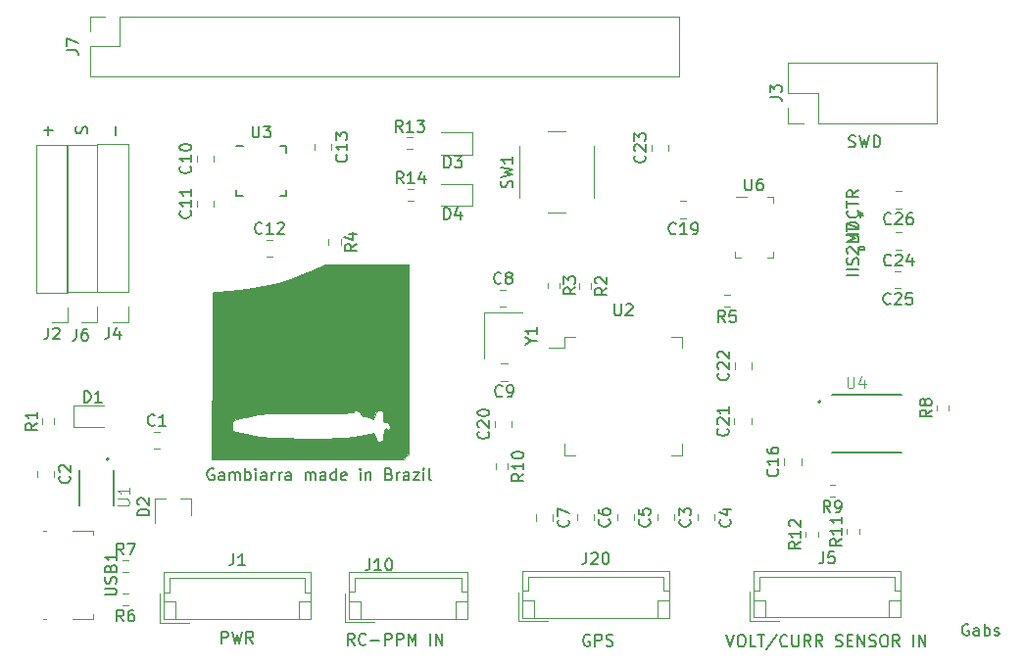
<source format=gbr>
%TF.GenerationSoftware,KiCad,Pcbnew,(5.1.9)-1*%
%TF.CreationDate,2021-03-13T11:21:55-03:00*%
%TF.ProjectId,carcaraFC,63617263-6172-4614-9643-2e6b69636164,rev?*%
%TF.SameCoordinates,Original*%
%TF.FileFunction,Legend,Top*%
%TF.FilePolarity,Positive*%
%FSLAX46Y46*%
G04 Gerber Fmt 4.6, Leading zero omitted, Abs format (unit mm)*
G04 Created by KiCad (PCBNEW (5.1.9)-1) date 2021-03-13 11:21:55*
%MOMM*%
%LPD*%
G01*
G04 APERTURE LIST*
%ADD10C,0.150000*%
%ADD11C,0.120000*%
%ADD12C,0.010000*%
%ADD13C,0.200000*%
%ADD14C,0.127000*%
%ADD15C,0.152400*%
%ADD16C,0.015000*%
G04 APERTURE END LIST*
D10*
X104912380Y-108750000D02*
X104817142Y-108702380D01*
X104674285Y-108702380D01*
X104531428Y-108750000D01*
X104436190Y-108845238D01*
X104388571Y-108940476D01*
X104340952Y-109130952D01*
X104340952Y-109273809D01*
X104388571Y-109464285D01*
X104436190Y-109559523D01*
X104531428Y-109654761D01*
X104674285Y-109702380D01*
X104769523Y-109702380D01*
X104912380Y-109654761D01*
X104960000Y-109607142D01*
X104960000Y-109273809D01*
X104769523Y-109273809D01*
X105817142Y-109702380D02*
X105817142Y-109178571D01*
X105769523Y-109083333D01*
X105674285Y-109035714D01*
X105483809Y-109035714D01*
X105388571Y-109083333D01*
X105817142Y-109654761D02*
X105721904Y-109702380D01*
X105483809Y-109702380D01*
X105388571Y-109654761D01*
X105340952Y-109559523D01*
X105340952Y-109464285D01*
X105388571Y-109369047D01*
X105483809Y-109321428D01*
X105721904Y-109321428D01*
X105817142Y-109273809D01*
X106293333Y-109702380D02*
X106293333Y-108702380D01*
X106293333Y-109083333D02*
X106388571Y-109035714D01*
X106579047Y-109035714D01*
X106674285Y-109083333D01*
X106721904Y-109130952D01*
X106769523Y-109226190D01*
X106769523Y-109511904D01*
X106721904Y-109607142D01*
X106674285Y-109654761D01*
X106579047Y-109702380D01*
X106388571Y-109702380D01*
X106293333Y-109654761D01*
X107150476Y-109654761D02*
X107245714Y-109702380D01*
X107436190Y-109702380D01*
X107531428Y-109654761D01*
X107579047Y-109559523D01*
X107579047Y-109511904D01*
X107531428Y-109416666D01*
X107436190Y-109369047D01*
X107293333Y-109369047D01*
X107198095Y-109321428D01*
X107150476Y-109226190D01*
X107150476Y-109178571D01*
X107198095Y-109083333D01*
X107293333Y-109035714D01*
X107436190Y-109035714D01*
X107531428Y-109083333D01*
X39698571Y-95310000D02*
X39603333Y-95262380D01*
X39460476Y-95262380D01*
X39317619Y-95310000D01*
X39222380Y-95405238D01*
X39174761Y-95500476D01*
X39127142Y-95690952D01*
X39127142Y-95833809D01*
X39174761Y-96024285D01*
X39222380Y-96119523D01*
X39317619Y-96214761D01*
X39460476Y-96262380D01*
X39555714Y-96262380D01*
X39698571Y-96214761D01*
X39746190Y-96167142D01*
X39746190Y-95833809D01*
X39555714Y-95833809D01*
X40603333Y-96262380D02*
X40603333Y-95738571D01*
X40555714Y-95643333D01*
X40460476Y-95595714D01*
X40270000Y-95595714D01*
X40174761Y-95643333D01*
X40603333Y-96214761D02*
X40508095Y-96262380D01*
X40270000Y-96262380D01*
X40174761Y-96214761D01*
X40127142Y-96119523D01*
X40127142Y-96024285D01*
X40174761Y-95929047D01*
X40270000Y-95881428D01*
X40508095Y-95881428D01*
X40603333Y-95833809D01*
X41079523Y-96262380D02*
X41079523Y-95595714D01*
X41079523Y-95690952D02*
X41127142Y-95643333D01*
X41222380Y-95595714D01*
X41365238Y-95595714D01*
X41460476Y-95643333D01*
X41508095Y-95738571D01*
X41508095Y-96262380D01*
X41508095Y-95738571D02*
X41555714Y-95643333D01*
X41650952Y-95595714D01*
X41793809Y-95595714D01*
X41889047Y-95643333D01*
X41936666Y-95738571D01*
X41936666Y-96262380D01*
X42412857Y-96262380D02*
X42412857Y-95262380D01*
X42412857Y-95643333D02*
X42508095Y-95595714D01*
X42698571Y-95595714D01*
X42793809Y-95643333D01*
X42841428Y-95690952D01*
X42889047Y-95786190D01*
X42889047Y-96071904D01*
X42841428Y-96167142D01*
X42793809Y-96214761D01*
X42698571Y-96262380D01*
X42508095Y-96262380D01*
X42412857Y-96214761D01*
X43317619Y-96262380D02*
X43317619Y-95595714D01*
X43317619Y-95262380D02*
X43270000Y-95310000D01*
X43317619Y-95357619D01*
X43365238Y-95310000D01*
X43317619Y-95262380D01*
X43317619Y-95357619D01*
X44222380Y-96262380D02*
X44222380Y-95738571D01*
X44174761Y-95643333D01*
X44079523Y-95595714D01*
X43889047Y-95595714D01*
X43793809Y-95643333D01*
X44222380Y-96214761D02*
X44127142Y-96262380D01*
X43889047Y-96262380D01*
X43793809Y-96214761D01*
X43746190Y-96119523D01*
X43746190Y-96024285D01*
X43793809Y-95929047D01*
X43889047Y-95881428D01*
X44127142Y-95881428D01*
X44222380Y-95833809D01*
X44698571Y-96262380D02*
X44698571Y-95595714D01*
X44698571Y-95786190D02*
X44746190Y-95690952D01*
X44793809Y-95643333D01*
X44889047Y-95595714D01*
X44984285Y-95595714D01*
X45317619Y-96262380D02*
X45317619Y-95595714D01*
X45317619Y-95786190D02*
X45365238Y-95690952D01*
X45412857Y-95643333D01*
X45508095Y-95595714D01*
X45603333Y-95595714D01*
X46365238Y-96262380D02*
X46365238Y-95738571D01*
X46317619Y-95643333D01*
X46222380Y-95595714D01*
X46031904Y-95595714D01*
X45936666Y-95643333D01*
X46365238Y-96214761D02*
X46270000Y-96262380D01*
X46031904Y-96262380D01*
X45936666Y-96214761D01*
X45889047Y-96119523D01*
X45889047Y-96024285D01*
X45936666Y-95929047D01*
X46031904Y-95881428D01*
X46270000Y-95881428D01*
X46365238Y-95833809D01*
X47603333Y-96262380D02*
X47603333Y-95595714D01*
X47603333Y-95690952D02*
X47650952Y-95643333D01*
X47746190Y-95595714D01*
X47889047Y-95595714D01*
X47984285Y-95643333D01*
X48031904Y-95738571D01*
X48031904Y-96262380D01*
X48031904Y-95738571D02*
X48079523Y-95643333D01*
X48174761Y-95595714D01*
X48317619Y-95595714D01*
X48412857Y-95643333D01*
X48460476Y-95738571D01*
X48460476Y-96262380D01*
X49365238Y-96262380D02*
X49365238Y-95738571D01*
X49317619Y-95643333D01*
X49222380Y-95595714D01*
X49031904Y-95595714D01*
X48936666Y-95643333D01*
X49365238Y-96214761D02*
X49270000Y-96262380D01*
X49031904Y-96262380D01*
X48936666Y-96214761D01*
X48889047Y-96119523D01*
X48889047Y-96024285D01*
X48936666Y-95929047D01*
X49031904Y-95881428D01*
X49270000Y-95881428D01*
X49365238Y-95833809D01*
X50270000Y-96262380D02*
X50270000Y-95262380D01*
X50270000Y-96214761D02*
X50174761Y-96262380D01*
X49984285Y-96262380D01*
X49889047Y-96214761D01*
X49841428Y-96167142D01*
X49793809Y-96071904D01*
X49793809Y-95786190D01*
X49841428Y-95690952D01*
X49889047Y-95643333D01*
X49984285Y-95595714D01*
X50174761Y-95595714D01*
X50270000Y-95643333D01*
X51127142Y-96214761D02*
X51031904Y-96262380D01*
X50841428Y-96262380D01*
X50746190Y-96214761D01*
X50698571Y-96119523D01*
X50698571Y-95738571D01*
X50746190Y-95643333D01*
X50841428Y-95595714D01*
X51031904Y-95595714D01*
X51127142Y-95643333D01*
X51174761Y-95738571D01*
X51174761Y-95833809D01*
X50698571Y-95929047D01*
X52365238Y-96262380D02*
X52365238Y-95595714D01*
X52365238Y-95262380D02*
X52317619Y-95310000D01*
X52365238Y-95357619D01*
X52412857Y-95310000D01*
X52365238Y-95262380D01*
X52365238Y-95357619D01*
X52841428Y-95595714D02*
X52841428Y-96262380D01*
X52841428Y-95690952D02*
X52889047Y-95643333D01*
X52984285Y-95595714D01*
X53127142Y-95595714D01*
X53222380Y-95643333D01*
X53270000Y-95738571D01*
X53270000Y-96262380D01*
X54841428Y-95738571D02*
X54984285Y-95786190D01*
X55031904Y-95833809D01*
X55079523Y-95929047D01*
X55079523Y-96071904D01*
X55031904Y-96167142D01*
X54984285Y-96214761D01*
X54889047Y-96262380D01*
X54508095Y-96262380D01*
X54508095Y-95262380D01*
X54841428Y-95262380D01*
X54936666Y-95310000D01*
X54984285Y-95357619D01*
X55031904Y-95452857D01*
X55031904Y-95548095D01*
X54984285Y-95643333D01*
X54936666Y-95690952D01*
X54841428Y-95738571D01*
X54508095Y-95738571D01*
X55508095Y-96262380D02*
X55508095Y-95595714D01*
X55508095Y-95786190D02*
X55555714Y-95690952D01*
X55603333Y-95643333D01*
X55698571Y-95595714D01*
X55793809Y-95595714D01*
X56555714Y-96262380D02*
X56555714Y-95738571D01*
X56508095Y-95643333D01*
X56412857Y-95595714D01*
X56222380Y-95595714D01*
X56127142Y-95643333D01*
X56555714Y-96214761D02*
X56460476Y-96262380D01*
X56222380Y-96262380D01*
X56127142Y-96214761D01*
X56079523Y-96119523D01*
X56079523Y-96024285D01*
X56127142Y-95929047D01*
X56222380Y-95881428D01*
X56460476Y-95881428D01*
X56555714Y-95833809D01*
X56936666Y-95595714D02*
X57460476Y-95595714D01*
X56936666Y-96262380D01*
X57460476Y-96262380D01*
X57841428Y-96262380D02*
X57841428Y-95595714D01*
X57841428Y-95262380D02*
X57793809Y-95310000D01*
X57841428Y-95357619D01*
X57889047Y-95310000D01*
X57841428Y-95262380D01*
X57841428Y-95357619D01*
X58460476Y-96262380D02*
X58365238Y-96214761D01*
X58317619Y-96119523D01*
X58317619Y-95262380D01*
X51836190Y-110522380D02*
X51502857Y-110046190D01*
X51264761Y-110522380D02*
X51264761Y-109522380D01*
X51645714Y-109522380D01*
X51740952Y-109570000D01*
X51788571Y-109617619D01*
X51836190Y-109712857D01*
X51836190Y-109855714D01*
X51788571Y-109950952D01*
X51740952Y-109998571D01*
X51645714Y-110046190D01*
X51264761Y-110046190D01*
X52836190Y-110427142D02*
X52788571Y-110474761D01*
X52645714Y-110522380D01*
X52550476Y-110522380D01*
X52407619Y-110474761D01*
X52312380Y-110379523D01*
X52264761Y-110284285D01*
X52217142Y-110093809D01*
X52217142Y-109950952D01*
X52264761Y-109760476D01*
X52312380Y-109665238D01*
X52407619Y-109570000D01*
X52550476Y-109522380D01*
X52645714Y-109522380D01*
X52788571Y-109570000D01*
X52836190Y-109617619D01*
X53264761Y-110141428D02*
X54026666Y-110141428D01*
X54502857Y-110522380D02*
X54502857Y-109522380D01*
X54883809Y-109522380D01*
X54979047Y-109570000D01*
X55026666Y-109617619D01*
X55074285Y-109712857D01*
X55074285Y-109855714D01*
X55026666Y-109950952D01*
X54979047Y-109998571D01*
X54883809Y-110046190D01*
X54502857Y-110046190D01*
X55502857Y-110522380D02*
X55502857Y-109522380D01*
X55883809Y-109522380D01*
X55979047Y-109570000D01*
X56026666Y-109617619D01*
X56074285Y-109712857D01*
X56074285Y-109855714D01*
X56026666Y-109950952D01*
X55979047Y-109998571D01*
X55883809Y-110046190D01*
X55502857Y-110046190D01*
X56502857Y-110522380D02*
X56502857Y-109522380D01*
X56836190Y-110236666D01*
X57169523Y-109522380D01*
X57169523Y-110522380D01*
X58407619Y-110522380D02*
X58407619Y-109522380D01*
X58883809Y-110522380D02*
X58883809Y-109522380D01*
X59455238Y-110522380D01*
X59455238Y-109522380D01*
X84003333Y-109642380D02*
X84336666Y-110642380D01*
X84670000Y-109642380D01*
X85193809Y-109642380D02*
X85384285Y-109642380D01*
X85479523Y-109690000D01*
X85574761Y-109785238D01*
X85622380Y-109975714D01*
X85622380Y-110309047D01*
X85574761Y-110499523D01*
X85479523Y-110594761D01*
X85384285Y-110642380D01*
X85193809Y-110642380D01*
X85098571Y-110594761D01*
X85003333Y-110499523D01*
X84955714Y-110309047D01*
X84955714Y-109975714D01*
X85003333Y-109785238D01*
X85098571Y-109690000D01*
X85193809Y-109642380D01*
X86527142Y-110642380D02*
X86050952Y-110642380D01*
X86050952Y-109642380D01*
X86717619Y-109642380D02*
X87289047Y-109642380D01*
X87003333Y-110642380D02*
X87003333Y-109642380D01*
X88336666Y-109594761D02*
X87479523Y-110880476D01*
X89241428Y-110547142D02*
X89193809Y-110594761D01*
X89050952Y-110642380D01*
X88955714Y-110642380D01*
X88812857Y-110594761D01*
X88717619Y-110499523D01*
X88670000Y-110404285D01*
X88622380Y-110213809D01*
X88622380Y-110070952D01*
X88670000Y-109880476D01*
X88717619Y-109785238D01*
X88812857Y-109690000D01*
X88955714Y-109642380D01*
X89050952Y-109642380D01*
X89193809Y-109690000D01*
X89241428Y-109737619D01*
X89670000Y-109642380D02*
X89670000Y-110451904D01*
X89717619Y-110547142D01*
X89765238Y-110594761D01*
X89860476Y-110642380D01*
X90050952Y-110642380D01*
X90146190Y-110594761D01*
X90193809Y-110547142D01*
X90241428Y-110451904D01*
X90241428Y-109642380D01*
X91289047Y-110642380D02*
X90955714Y-110166190D01*
X90717619Y-110642380D02*
X90717619Y-109642380D01*
X91098571Y-109642380D01*
X91193809Y-109690000D01*
X91241428Y-109737619D01*
X91289047Y-109832857D01*
X91289047Y-109975714D01*
X91241428Y-110070952D01*
X91193809Y-110118571D01*
X91098571Y-110166190D01*
X90717619Y-110166190D01*
X92289047Y-110642380D02*
X91955714Y-110166190D01*
X91717619Y-110642380D02*
X91717619Y-109642380D01*
X92098571Y-109642380D01*
X92193809Y-109690000D01*
X92241428Y-109737619D01*
X92289047Y-109832857D01*
X92289047Y-109975714D01*
X92241428Y-110070952D01*
X92193809Y-110118571D01*
X92098571Y-110166190D01*
X91717619Y-110166190D01*
X93431904Y-110594761D02*
X93574761Y-110642380D01*
X93812857Y-110642380D01*
X93908095Y-110594761D01*
X93955714Y-110547142D01*
X94003333Y-110451904D01*
X94003333Y-110356666D01*
X93955714Y-110261428D01*
X93908095Y-110213809D01*
X93812857Y-110166190D01*
X93622380Y-110118571D01*
X93527142Y-110070952D01*
X93479523Y-110023333D01*
X93431904Y-109928095D01*
X93431904Y-109832857D01*
X93479523Y-109737619D01*
X93527142Y-109690000D01*
X93622380Y-109642380D01*
X93860476Y-109642380D01*
X94003333Y-109690000D01*
X94431904Y-110118571D02*
X94765238Y-110118571D01*
X94908095Y-110642380D02*
X94431904Y-110642380D01*
X94431904Y-109642380D01*
X94908095Y-109642380D01*
X95336666Y-110642380D02*
X95336666Y-109642380D01*
X95908095Y-110642380D01*
X95908095Y-109642380D01*
X96336666Y-110594761D02*
X96479523Y-110642380D01*
X96717619Y-110642380D01*
X96812857Y-110594761D01*
X96860476Y-110547142D01*
X96908095Y-110451904D01*
X96908095Y-110356666D01*
X96860476Y-110261428D01*
X96812857Y-110213809D01*
X96717619Y-110166190D01*
X96527142Y-110118571D01*
X96431904Y-110070952D01*
X96384285Y-110023333D01*
X96336666Y-109928095D01*
X96336666Y-109832857D01*
X96384285Y-109737619D01*
X96431904Y-109690000D01*
X96527142Y-109642380D01*
X96765238Y-109642380D01*
X96908095Y-109690000D01*
X97527142Y-109642380D02*
X97717619Y-109642380D01*
X97812857Y-109690000D01*
X97908095Y-109785238D01*
X97955714Y-109975714D01*
X97955714Y-110309047D01*
X97908095Y-110499523D01*
X97812857Y-110594761D01*
X97717619Y-110642380D01*
X97527142Y-110642380D01*
X97431904Y-110594761D01*
X97336666Y-110499523D01*
X97289047Y-110309047D01*
X97289047Y-109975714D01*
X97336666Y-109785238D01*
X97431904Y-109690000D01*
X97527142Y-109642380D01*
X98955714Y-110642380D02*
X98622380Y-110166190D01*
X98384285Y-110642380D02*
X98384285Y-109642380D01*
X98765238Y-109642380D01*
X98860476Y-109690000D01*
X98908095Y-109737619D01*
X98955714Y-109832857D01*
X98955714Y-109975714D01*
X98908095Y-110070952D01*
X98860476Y-110118571D01*
X98765238Y-110166190D01*
X98384285Y-110166190D01*
X100146190Y-110642380D02*
X100146190Y-109642380D01*
X100622380Y-110642380D02*
X100622380Y-109642380D01*
X101193809Y-110642380D01*
X101193809Y-109642380D01*
X72175714Y-109655000D02*
X72080476Y-109607380D01*
X71937619Y-109607380D01*
X71794761Y-109655000D01*
X71699523Y-109750238D01*
X71651904Y-109845476D01*
X71604285Y-110035952D01*
X71604285Y-110178809D01*
X71651904Y-110369285D01*
X71699523Y-110464523D01*
X71794761Y-110559761D01*
X71937619Y-110607380D01*
X72032857Y-110607380D01*
X72175714Y-110559761D01*
X72223333Y-110512142D01*
X72223333Y-110178809D01*
X72032857Y-110178809D01*
X72651904Y-110607380D02*
X72651904Y-109607380D01*
X73032857Y-109607380D01*
X73128095Y-109655000D01*
X73175714Y-109702619D01*
X73223333Y-109797857D01*
X73223333Y-109940714D01*
X73175714Y-110035952D01*
X73128095Y-110083571D01*
X73032857Y-110131190D01*
X72651904Y-110131190D01*
X73604285Y-110559761D02*
X73747142Y-110607380D01*
X73985238Y-110607380D01*
X74080476Y-110559761D01*
X74128095Y-110512142D01*
X74175714Y-110416904D01*
X74175714Y-110321666D01*
X74128095Y-110226428D01*
X74080476Y-110178809D01*
X73985238Y-110131190D01*
X73794761Y-110083571D01*
X73699523Y-110035952D01*
X73651904Y-109988333D01*
X73604285Y-109893095D01*
X73604285Y-109797857D01*
X73651904Y-109702619D01*
X73699523Y-109655000D01*
X73794761Y-109607380D01*
X74032857Y-109607380D01*
X74175714Y-109655000D01*
X27825238Y-65714285D02*
X27777619Y-65857142D01*
X27777619Y-66095238D01*
X27825238Y-66190476D01*
X27872857Y-66238095D01*
X27968095Y-66285714D01*
X28063333Y-66285714D01*
X28158571Y-66238095D01*
X28206190Y-66190476D01*
X28253809Y-66095238D01*
X28301428Y-65904761D01*
X28349047Y-65809523D01*
X28396666Y-65761904D01*
X28491904Y-65714285D01*
X28587142Y-65714285D01*
X28682380Y-65761904D01*
X28730000Y-65809523D01*
X28777619Y-65904761D01*
X28777619Y-66142857D01*
X28730000Y-66285714D01*
X31208571Y-65649047D02*
X31208571Y-66410952D01*
X25383571Y-65669047D02*
X25383571Y-66430952D01*
X25002619Y-66050000D02*
X25764523Y-66050000D01*
X94572857Y-67424761D02*
X94715714Y-67472380D01*
X94953809Y-67472380D01*
X95049047Y-67424761D01*
X95096666Y-67377142D01*
X95144285Y-67281904D01*
X95144285Y-67186666D01*
X95096666Y-67091428D01*
X95049047Y-67043809D01*
X94953809Y-66996190D01*
X94763333Y-66948571D01*
X94668095Y-66900952D01*
X94620476Y-66853333D01*
X94572857Y-66758095D01*
X94572857Y-66662857D01*
X94620476Y-66567619D01*
X94668095Y-66520000D01*
X94763333Y-66472380D01*
X95001428Y-66472380D01*
X95144285Y-66520000D01*
X95477619Y-66472380D02*
X95715714Y-67472380D01*
X95906190Y-66758095D01*
X96096666Y-67472380D01*
X96334761Y-66472380D01*
X96715714Y-67472380D02*
X96715714Y-66472380D01*
X96953809Y-66472380D01*
X97096666Y-66520000D01*
X97191904Y-66615238D01*
X97239523Y-66710476D01*
X97287142Y-66900952D01*
X97287142Y-67043809D01*
X97239523Y-67234285D01*
X97191904Y-67329523D01*
X97096666Y-67424761D01*
X96953809Y-67472380D01*
X96715714Y-67472380D01*
X40376666Y-110352380D02*
X40376666Y-109352380D01*
X40757619Y-109352380D01*
X40852857Y-109400000D01*
X40900476Y-109447619D01*
X40948095Y-109542857D01*
X40948095Y-109685714D01*
X40900476Y-109780952D01*
X40852857Y-109828571D01*
X40757619Y-109876190D01*
X40376666Y-109876190D01*
X41281428Y-109352380D02*
X41519523Y-110352380D01*
X41710000Y-109638095D01*
X41900476Y-110352380D01*
X42138571Y-109352380D01*
X43090952Y-110352380D02*
X42757619Y-109876190D01*
X42519523Y-110352380D02*
X42519523Y-109352380D01*
X42900476Y-109352380D01*
X42995714Y-109400000D01*
X43043333Y-109447619D01*
X43090952Y-109542857D01*
X43090952Y-109685714D01*
X43043333Y-109780952D01*
X42995714Y-109828571D01*
X42900476Y-109876190D01*
X42519523Y-109876190D01*
D11*
%TO.C,J10*%
X51360000Y-104220000D02*
X51360000Y-108240000D01*
X51360000Y-108240000D02*
X61580000Y-108240000D01*
X61580000Y-108240000D02*
X61580000Y-104220000D01*
X61580000Y-104220000D02*
X51360000Y-104220000D01*
X51360000Y-105930000D02*
X51860000Y-105930000D01*
X51860000Y-105930000D02*
X51860000Y-104720000D01*
X51860000Y-104720000D02*
X61080000Y-104720000D01*
X61080000Y-104720000D02*
X61080000Y-105930000D01*
X61080000Y-105930000D02*
X61580000Y-105930000D01*
X51360000Y-106740000D02*
X52360000Y-106740000D01*
X52360000Y-106740000D02*
X52360000Y-108240000D01*
X61580000Y-106740000D02*
X60580000Y-106740000D01*
X60580000Y-106740000D02*
X60580000Y-108240000D01*
X51060000Y-106040000D02*
X51060000Y-108540000D01*
X51060000Y-108540000D02*
X53560000Y-108540000D01*
D12*
%TO.C,G\u002A\u002A\u002A*%
G36*
X56496667Y-94031030D02*
G01*
X56288849Y-94238849D01*
X56081030Y-94446667D01*
X39546756Y-94446667D01*
X39558410Y-91601889D01*
X41256667Y-91601889D01*
X41256667Y-91970542D01*
X41997500Y-92157161D01*
X42446014Y-92267994D01*
X42842982Y-92359003D01*
X43212443Y-92432431D01*
X43578436Y-92490520D01*
X43964998Y-92535514D01*
X44396169Y-92569657D01*
X44895986Y-92595191D01*
X45488487Y-92614359D01*
X46197712Y-92629405D01*
X47047698Y-92642571D01*
X47225667Y-92645026D01*
X48414124Y-92654962D01*
X49448227Y-92649553D01*
X50342338Y-92627914D01*
X51110818Y-92589165D01*
X51768028Y-92532424D01*
X52328328Y-92456807D01*
X52806081Y-92361432D01*
X53091747Y-92284656D01*
X53331984Y-92226901D01*
X53500978Y-92213073D01*
X53542491Y-92226619D01*
X53601725Y-92340771D01*
X53680175Y-92548109D01*
X53700575Y-92609924D01*
X53781261Y-92817233D01*
X53878383Y-92902426D01*
X54045705Y-92908555D01*
X54070636Y-92906258D01*
X54224222Y-92882135D01*
X54306831Y-92818766D01*
X54344936Y-92672010D01*
X54363903Y-92417233D01*
X54408267Y-92062056D01*
X54487628Y-91834135D01*
X54591913Y-91745055D01*
X54711052Y-91806402D01*
X54789371Y-91927834D01*
X54858069Y-92051647D01*
X54874520Y-92027158D01*
X54867922Y-91949000D01*
X54885647Y-91752420D01*
X54919574Y-91668498D01*
X54921511Y-91543432D01*
X54842277Y-91394779D01*
X54727924Y-91285361D01*
X54630325Y-91273938D01*
X54503058Y-91282724D01*
X54429974Y-91262883D01*
X54348855Y-91184971D01*
X54306824Y-91007428D01*
X54295334Y-90712275D01*
X54291598Y-90434219D01*
X54267227Y-90285229D01*
X54202476Y-90225039D01*
X54077598Y-90213384D01*
X54050658Y-90213334D01*
X53887678Y-90238174D01*
X53767244Y-90339423D01*
X53644513Y-90557172D01*
X53628612Y-90590671D01*
X53451242Y-90968009D01*
X53047788Y-90845588D01*
X52802617Y-90774489D01*
X52627895Y-90729865D01*
X52583008Y-90722250D01*
X52506630Y-90654197D01*
X52401946Y-90489349D01*
X52390334Y-90467334D01*
X52239965Y-90291465D01*
X52051624Y-90210325D01*
X51878693Y-90234638D01*
X51783967Y-90345505D01*
X51756984Y-90377470D01*
X51693139Y-90403713D01*
X51577813Y-90424688D01*
X51396393Y-90440850D01*
X51134261Y-90452654D01*
X50776804Y-90460554D01*
X50309404Y-90465006D01*
X49717447Y-90466462D01*
X48986317Y-90465379D01*
X48101398Y-90462210D01*
X48040124Y-90461951D01*
X47099923Y-90458622D01*
X46308455Y-90458201D01*
X45645126Y-90461990D01*
X45089341Y-90471291D01*
X44620509Y-90487404D01*
X44218034Y-90511632D01*
X43861325Y-90545276D01*
X43529786Y-90589637D01*
X43202826Y-90646017D01*
X42859849Y-90715717D01*
X42480263Y-90800039D01*
X42399667Y-90818423D01*
X41939780Y-90930802D01*
X41621570Y-91032935D01*
X41419649Y-91142225D01*
X41308633Y-91276070D01*
X41263135Y-91451873D01*
X41256667Y-91601889D01*
X39558410Y-91601889D01*
X39576211Y-87257036D01*
X39581155Y-86168753D01*
X39586819Y-85129550D01*
X39593082Y-84151822D01*
X39599819Y-83247968D01*
X39606908Y-82430384D01*
X39614226Y-81711469D01*
X39621649Y-81103620D01*
X39629055Y-80619234D01*
X39636321Y-80270708D01*
X39643322Y-80070440D01*
X39648000Y-80025106D01*
X39742644Y-80004992D01*
X39976822Y-79976725D01*
X40321097Y-79943257D01*
X40746034Y-79907541D01*
X41045000Y-79884991D01*
X42579593Y-79734793D01*
X43988760Y-79511285D01*
X45303133Y-79206878D01*
X46553347Y-78813981D01*
X47770036Y-78325005D01*
X48262908Y-78096621D01*
X49300149Y-77598000D01*
X56496667Y-77598000D01*
X56496667Y-94031030D01*
G37*
X56496667Y-94031030D02*
X56288849Y-94238849D01*
X56081030Y-94446667D01*
X39546756Y-94446667D01*
X39558410Y-91601889D01*
X41256667Y-91601889D01*
X41256667Y-91970542D01*
X41997500Y-92157161D01*
X42446014Y-92267994D01*
X42842982Y-92359003D01*
X43212443Y-92432431D01*
X43578436Y-92490520D01*
X43964998Y-92535514D01*
X44396169Y-92569657D01*
X44895986Y-92595191D01*
X45488487Y-92614359D01*
X46197712Y-92629405D01*
X47047698Y-92642571D01*
X47225667Y-92645026D01*
X48414124Y-92654962D01*
X49448227Y-92649553D01*
X50342338Y-92627914D01*
X51110818Y-92589165D01*
X51768028Y-92532424D01*
X52328328Y-92456807D01*
X52806081Y-92361432D01*
X53091747Y-92284656D01*
X53331984Y-92226901D01*
X53500978Y-92213073D01*
X53542491Y-92226619D01*
X53601725Y-92340771D01*
X53680175Y-92548109D01*
X53700575Y-92609924D01*
X53781261Y-92817233D01*
X53878383Y-92902426D01*
X54045705Y-92908555D01*
X54070636Y-92906258D01*
X54224222Y-92882135D01*
X54306831Y-92818766D01*
X54344936Y-92672010D01*
X54363903Y-92417233D01*
X54408267Y-92062056D01*
X54487628Y-91834135D01*
X54591913Y-91745055D01*
X54711052Y-91806402D01*
X54789371Y-91927834D01*
X54858069Y-92051647D01*
X54874520Y-92027158D01*
X54867922Y-91949000D01*
X54885647Y-91752420D01*
X54919574Y-91668498D01*
X54921511Y-91543432D01*
X54842277Y-91394779D01*
X54727924Y-91285361D01*
X54630325Y-91273938D01*
X54503058Y-91282724D01*
X54429974Y-91262883D01*
X54348855Y-91184971D01*
X54306824Y-91007428D01*
X54295334Y-90712275D01*
X54291598Y-90434219D01*
X54267227Y-90285229D01*
X54202476Y-90225039D01*
X54077598Y-90213384D01*
X54050658Y-90213334D01*
X53887678Y-90238174D01*
X53767244Y-90339423D01*
X53644513Y-90557172D01*
X53628612Y-90590671D01*
X53451242Y-90968009D01*
X53047788Y-90845588D01*
X52802617Y-90774489D01*
X52627895Y-90729865D01*
X52583008Y-90722250D01*
X52506630Y-90654197D01*
X52401946Y-90489349D01*
X52390334Y-90467334D01*
X52239965Y-90291465D01*
X52051624Y-90210325D01*
X51878693Y-90234638D01*
X51783967Y-90345505D01*
X51756984Y-90377470D01*
X51693139Y-90403713D01*
X51577813Y-90424688D01*
X51396393Y-90440850D01*
X51134261Y-90452654D01*
X50776804Y-90460554D01*
X50309404Y-90465006D01*
X49717447Y-90466462D01*
X48986317Y-90465379D01*
X48101398Y-90462210D01*
X48040124Y-90461951D01*
X47099923Y-90458622D01*
X46308455Y-90458201D01*
X45645126Y-90461990D01*
X45089341Y-90471291D01*
X44620509Y-90487404D01*
X44218034Y-90511632D01*
X43861325Y-90545276D01*
X43529786Y-90589637D01*
X43202826Y-90646017D01*
X42859849Y-90715717D01*
X42480263Y-90800039D01*
X42399667Y-90818423D01*
X41939780Y-90930802D01*
X41621570Y-91032935D01*
X41419649Y-91142225D01*
X41308633Y-91276070D01*
X41263135Y-91451873D01*
X41256667Y-91601889D01*
X39558410Y-91601889D01*
X39576211Y-87257036D01*
X39581155Y-86168753D01*
X39586819Y-85129550D01*
X39593082Y-84151822D01*
X39599819Y-83247968D01*
X39606908Y-82430384D01*
X39614226Y-81711469D01*
X39621649Y-81103620D01*
X39629055Y-80619234D01*
X39636321Y-80270708D01*
X39643322Y-80070440D01*
X39648000Y-80025106D01*
X39742644Y-80004992D01*
X39976822Y-79976725D01*
X40321097Y-79943257D01*
X40746034Y-79907541D01*
X41045000Y-79884991D01*
X42579593Y-79734793D01*
X43988760Y-79511285D01*
X45303133Y-79206878D01*
X46553347Y-78813981D01*
X47770036Y-78325005D01*
X48262908Y-78096621D01*
X49300149Y-77598000D01*
X56496667Y-77598000D01*
X56496667Y-94031030D01*
D13*
%TO.C,U4*%
X92131000Y-89491000D02*
G75*
G03*
X92131000Y-89491000I-100000J0D01*
G01*
D14*
X93116000Y-88896000D02*
X99116000Y-88896000D01*
X93116000Y-93896000D02*
X99116000Y-93896000D01*
D13*
%TO.C,U1*%
X30610000Y-94435000D02*
G75*
G03*
X30610000Y-94435000I-100000J0D01*
G01*
D14*
X31060000Y-95430000D02*
X31060000Y-98430000D01*
X28060000Y-95430000D02*
X28060000Y-98430000D01*
D11*
%TO.C,C1*%
X34508748Y-92065000D02*
X35031252Y-92065000D01*
X34508748Y-93535000D02*
X35031252Y-93535000D01*
%TO.C,C2*%
X24445000Y-95478748D02*
X24445000Y-96001252D01*
X25915000Y-95478748D02*
X25915000Y-96001252D01*
%TO.C,C3*%
X79517000Y-99222748D02*
X79517000Y-99745252D01*
X78047000Y-99222748D02*
X78047000Y-99745252D01*
%TO.C,C4*%
X81522000Y-99227748D02*
X81522000Y-99750252D01*
X82992000Y-99227748D02*
X82992000Y-99750252D01*
%TO.C,C5*%
X76017000Y-99222748D02*
X76017000Y-99745252D01*
X74547000Y-99222748D02*
X74547000Y-99745252D01*
%TO.C,C6*%
X71067000Y-99222748D02*
X71067000Y-99745252D01*
X72537000Y-99222748D02*
X72537000Y-99745252D01*
%TO.C,C7*%
X69017000Y-99242748D02*
X69017000Y-99765252D01*
X67547000Y-99242748D02*
X67547000Y-99765252D01*
%TO.C,C8*%
X64420748Y-81249000D02*
X64943252Y-81249000D01*
X64420748Y-79779000D02*
X64943252Y-79779000D01*
%TO.C,C9*%
X65053252Y-87659000D02*
X64530748Y-87659000D01*
X65053252Y-86189000D02*
X64530748Y-86189000D01*
%TO.C,C10*%
X38245000Y-68731252D02*
X38245000Y-68208748D01*
X39715000Y-68731252D02*
X39715000Y-68208748D01*
%TO.C,C11*%
X38245000Y-72601252D02*
X38245000Y-72078748D01*
X39715000Y-72601252D02*
X39715000Y-72078748D01*
%TO.C,C12*%
X44258748Y-76945000D02*
X44781252Y-76945000D01*
X44258748Y-75475000D02*
X44781252Y-75475000D01*
%TO.C,C13*%
X49845000Y-67218748D02*
X49845000Y-67741252D01*
X48375000Y-67218748D02*
X48375000Y-67741252D01*
%TO.C,C16*%
X90445000Y-94941252D02*
X90445000Y-94418748D01*
X88975000Y-94941252D02*
X88975000Y-94418748D01*
%TO.C,C19*%
X80531252Y-73617000D02*
X80008748Y-73617000D01*
X80531252Y-72147000D02*
X80008748Y-72147000D01*
%TO.C,C20*%
X63987000Y-91675252D02*
X63987000Y-91152748D01*
X65457000Y-91675252D02*
X65457000Y-91152748D01*
%TO.C,C21*%
X86142000Y-91430252D02*
X86142000Y-90907748D01*
X84672000Y-91430252D02*
X84672000Y-90907748D01*
%TO.C,C22*%
X86167000Y-86635252D02*
X86167000Y-86112748D01*
X84697000Y-86635252D02*
X84697000Y-86112748D01*
%TO.C,C23*%
X78973000Y-67809252D02*
X78973000Y-67286748D01*
X77503000Y-67809252D02*
X77503000Y-67286748D01*
%TO.C,C24*%
X99136252Y-76332000D02*
X98613748Y-76332000D01*
X99136252Y-74862000D02*
X98613748Y-74862000D01*
%TO.C,C25*%
X99071252Y-78207000D02*
X98548748Y-78207000D01*
X99071252Y-79677000D02*
X98548748Y-79677000D01*
%TO.C,C26*%
X99131252Y-71287000D02*
X98608748Y-71287000D01*
X99131252Y-72757000D02*
X98608748Y-72757000D01*
%TO.C,D1*%
X27545000Y-91700000D02*
X30230000Y-91700000D01*
X27545000Y-89780000D02*
X27545000Y-91700000D01*
X30230000Y-89780000D02*
X27545000Y-89780000D01*
%TO.C,D2*%
X37750000Y-97830000D02*
X37750000Y-99290000D01*
X34590000Y-97830000D02*
X34590000Y-99990000D01*
X34590000Y-97830000D02*
X35520000Y-97830000D01*
X37750000Y-97830000D02*
X36820000Y-97830000D01*
%TO.C,D3*%
X59347500Y-68100000D02*
X62032500Y-68100000D01*
X62032500Y-68100000D02*
X62032500Y-66180000D01*
X62032500Y-66180000D02*
X59347500Y-66180000D01*
%TO.C,D4*%
X62015000Y-70640000D02*
X59330000Y-70640000D01*
X62015000Y-72560000D02*
X62015000Y-70640000D01*
X59330000Y-72560000D02*
X62015000Y-72560000D01*
%TO.C,J1*%
X35070000Y-108560000D02*
X37570000Y-108560000D01*
X35070000Y-106060000D02*
X35070000Y-108560000D01*
X47090000Y-106760000D02*
X47090000Y-108260000D01*
X48090000Y-106760000D02*
X47090000Y-106760000D01*
X36370000Y-106760000D02*
X36370000Y-108260000D01*
X35370000Y-106760000D02*
X36370000Y-106760000D01*
X47590000Y-105950000D02*
X48090000Y-105950000D01*
X47590000Y-104740000D02*
X47590000Y-105950000D01*
X35870000Y-104740000D02*
X47590000Y-104740000D01*
X35870000Y-105950000D02*
X35870000Y-104740000D01*
X35370000Y-105950000D02*
X35870000Y-105950000D01*
X48090000Y-104240000D02*
X35370000Y-104240000D01*
X48090000Y-108260000D02*
X48090000Y-104240000D01*
X35370000Y-108260000D02*
X48090000Y-108260000D01*
X35370000Y-104240000D02*
X35370000Y-108260000D01*
%TO.C,J2*%
X27045000Y-67275000D02*
X24385000Y-67275000D01*
X27045000Y-80035000D02*
X27045000Y-67275000D01*
X24385000Y-80035000D02*
X24385000Y-67275000D01*
X27045000Y-80035000D02*
X24385000Y-80035000D01*
X27045000Y-81305000D02*
X27045000Y-82635000D01*
X27045000Y-82635000D02*
X25715000Y-82635000D01*
%TO.C,J3*%
X89310000Y-65400000D02*
X89310000Y-64070000D01*
X90640000Y-65400000D02*
X89310000Y-65400000D01*
X89310000Y-62800000D02*
X89310000Y-60200000D01*
X91910000Y-62800000D02*
X89310000Y-62800000D01*
X91910000Y-65400000D02*
X91910000Y-62800000D01*
X89310000Y-60200000D02*
X102130000Y-60200000D01*
X91910000Y-65400000D02*
X102130000Y-65400000D01*
X102130000Y-65400000D02*
X102130000Y-60200000D01*
%TO.C,J4*%
X32310000Y-82600000D02*
X30980000Y-82600000D01*
X32310000Y-81270000D02*
X32310000Y-82600000D01*
X32310000Y-80000000D02*
X29650000Y-80000000D01*
X29650000Y-80000000D02*
X29650000Y-67240000D01*
X32310000Y-80000000D02*
X32310000Y-67240000D01*
X32310000Y-67240000D02*
X29650000Y-67240000D01*
%TO.C,USB1*%
X24950000Y-100630000D02*
X25210000Y-100630000D01*
X27490000Y-100630000D02*
X29260000Y-100630000D01*
X29260000Y-100630000D02*
X29260000Y-101010000D01*
X29260000Y-108250000D02*
X27490000Y-108250000D01*
X25210000Y-108250000D02*
X24950000Y-108250000D01*
X29260000Y-108250000D02*
X29260000Y-107870000D01*
%TO.C,J6*%
X29610000Y-82610000D02*
X28280000Y-82610000D01*
X29610000Y-81280000D02*
X29610000Y-82610000D01*
X29610000Y-80010000D02*
X26950000Y-80010000D01*
X26950000Y-80010000D02*
X26950000Y-67250000D01*
X29610000Y-80010000D02*
X29610000Y-67250000D01*
X29610000Y-67250000D02*
X26950000Y-67250000D01*
%TO.C,J7*%
X28990000Y-57490000D02*
X28990000Y-56160000D01*
X28990000Y-56160000D02*
X30320000Y-56160000D01*
X28990000Y-58760000D02*
X31590000Y-58760000D01*
X31590000Y-58760000D02*
X31590000Y-56160000D01*
X31590000Y-56160000D02*
X79910000Y-56160000D01*
X79910000Y-61360000D02*
X79910000Y-56160000D01*
X28990000Y-61360000D02*
X79910000Y-61360000D01*
X28990000Y-61360000D02*
X28990000Y-58760000D01*
%TO.C,J20*%
X66340000Y-104140000D02*
X66340000Y-108160000D01*
X66340000Y-108160000D02*
X79060000Y-108160000D01*
X79060000Y-108160000D02*
X79060000Y-104140000D01*
X79060000Y-104140000D02*
X66340000Y-104140000D01*
X66340000Y-105850000D02*
X66840000Y-105850000D01*
X66840000Y-105850000D02*
X66840000Y-104640000D01*
X66840000Y-104640000D02*
X78560000Y-104640000D01*
X78560000Y-104640000D02*
X78560000Y-105850000D01*
X78560000Y-105850000D02*
X79060000Y-105850000D01*
X66340000Y-106660000D02*
X67340000Y-106660000D01*
X67340000Y-106660000D02*
X67340000Y-108160000D01*
X79060000Y-106660000D02*
X78060000Y-106660000D01*
X78060000Y-106660000D02*
X78060000Y-108160000D01*
X66040000Y-105960000D02*
X66040000Y-108460000D01*
X66040000Y-108460000D02*
X68540000Y-108460000D01*
%TO.C,J5*%
X86040000Y-108420000D02*
X88540000Y-108420000D01*
X86040000Y-105920000D02*
X86040000Y-108420000D01*
X98060000Y-106620000D02*
X98060000Y-108120000D01*
X99060000Y-106620000D02*
X98060000Y-106620000D01*
X87340000Y-106620000D02*
X87340000Y-108120000D01*
X86340000Y-106620000D02*
X87340000Y-106620000D01*
X98560000Y-105810000D02*
X99060000Y-105810000D01*
X98560000Y-104600000D02*
X98560000Y-105810000D01*
X86840000Y-104600000D02*
X98560000Y-104600000D01*
X86840000Y-105810000D02*
X86840000Y-104600000D01*
X86340000Y-105810000D02*
X86840000Y-105810000D01*
X99060000Y-104100000D02*
X86340000Y-104100000D01*
X99060000Y-108120000D02*
X99060000Y-104100000D01*
X86340000Y-108120000D02*
X99060000Y-108120000D01*
X86340000Y-104100000D02*
X86340000Y-108120000D01*
%TO.C,R1*%
X25912500Y-91397258D02*
X25912500Y-90922742D01*
X24867500Y-91397258D02*
X24867500Y-90922742D01*
%TO.C,R2*%
X71249500Y-79221742D02*
X71249500Y-79696258D01*
X72294500Y-79221742D02*
X72294500Y-79696258D01*
%TO.C,R3*%
X69584500Y-79196742D02*
X69584500Y-79671258D01*
X68539500Y-79196742D02*
X68539500Y-79671258D01*
%TO.C,R4*%
X50658500Y-75440742D02*
X50658500Y-75915258D01*
X49613500Y-75440742D02*
X49613500Y-75915258D01*
%TO.C,R5*%
X84277258Y-80207500D02*
X83802742Y-80207500D01*
X84277258Y-81252500D02*
X83802742Y-81252500D01*
%TO.C,R6*%
X32307258Y-107102500D02*
X31832742Y-107102500D01*
X32307258Y-106057500D02*
X31832742Y-106057500D01*
%TO.C,R7*%
X31832742Y-104202500D02*
X32307258Y-104202500D01*
X31832742Y-103157500D02*
X32307258Y-103157500D01*
%TO.C,R8*%
X102177500Y-90267258D02*
X102177500Y-89792742D01*
X103222500Y-90267258D02*
X103222500Y-89792742D01*
%TO.C,R9*%
X93377258Y-96637500D02*
X92902742Y-96637500D01*
X93377258Y-97682500D02*
X92902742Y-97682500D01*
%TO.C,R10*%
X65094500Y-94836742D02*
X65094500Y-95311258D01*
X64049500Y-94836742D02*
X64049500Y-95311258D01*
%TO.C,R11*%
X95456500Y-100931258D02*
X95456500Y-100456742D01*
X94411500Y-100931258D02*
X94411500Y-100456742D01*
%TO.C,R12*%
X90855500Y-101185258D02*
X90855500Y-100710742D01*
X91900500Y-101185258D02*
X91900500Y-100710742D01*
%TO.C,R13*%
X56392742Y-66617500D02*
X56867258Y-66617500D01*
X56392742Y-67662500D02*
X56867258Y-67662500D01*
%TO.C,R14*%
X56482742Y-72112500D02*
X56957258Y-72112500D01*
X56482742Y-71067500D02*
X56957258Y-71067500D01*
%TO.C,SW1*%
X70070000Y-66120000D02*
X68570000Y-66120000D01*
X66070000Y-67370000D02*
X66070000Y-71870000D01*
X68570000Y-73120000D02*
X70070000Y-73120000D01*
X72570000Y-71870000D02*
X72570000Y-67370000D01*
%TO.C,U2*%
X69972000Y-84814000D02*
X68632000Y-84814000D01*
X69972000Y-83864000D02*
X69972000Y-84814000D01*
X70922000Y-83864000D02*
X69972000Y-83864000D01*
X80192000Y-83864000D02*
X80192000Y-84814000D01*
X79242000Y-83864000D02*
X80192000Y-83864000D01*
X69972000Y-94084000D02*
X69972000Y-93134000D01*
X70922000Y-94084000D02*
X69972000Y-94084000D01*
X80192000Y-94084000D02*
X80192000Y-93134000D01*
X79242000Y-94084000D02*
X80192000Y-94084000D01*
D10*
%TO.C,U3*%
X45960000Y-67410000D02*
X45435000Y-67410000D01*
X45960000Y-71710000D02*
X45435000Y-71710000D01*
X41660000Y-71710000D02*
X42185000Y-71710000D01*
X41660000Y-67410000D02*
X42185000Y-67410000D01*
X45960000Y-71710000D02*
X45960000Y-71185000D01*
X41660000Y-71710000D02*
X41660000Y-71185000D01*
X45960000Y-67410000D02*
X45960000Y-67935000D01*
D11*
%TO.C,U6*%
X84816000Y-71806000D02*
X85766000Y-71806000D01*
X84716000Y-77006000D02*
X84716000Y-76506000D01*
X85216000Y-77006000D02*
X84716000Y-77006000D01*
X88016000Y-77006000D02*
X87516000Y-77006000D01*
X88016000Y-76506000D02*
X88016000Y-77006000D01*
X88016000Y-71806000D02*
X88016000Y-72306000D01*
X87516000Y-71806000D02*
X88016000Y-71806000D01*
D15*
%TO.C,U7*%
X95890501Y-76123900D02*
X95890501Y-76377900D01*
X95509501Y-76123900D02*
X95890501Y-76123900D01*
X95509501Y-76377900D02*
X95509501Y-76123900D01*
X95890501Y-76377900D02*
X95509501Y-76377900D01*
D11*
%TO.C,Y1*%
X63062000Y-81764000D02*
X63062000Y-85764000D01*
X66362000Y-81764000D02*
X63062000Y-81764000D01*
%TO.C,J10*%
D10*
X53160476Y-103052380D02*
X53160476Y-103766666D01*
X53112857Y-103909523D01*
X53017619Y-104004761D01*
X52874761Y-104052380D01*
X52779523Y-104052380D01*
X54160476Y-104052380D02*
X53589047Y-104052380D01*
X53874761Y-104052380D02*
X53874761Y-103052380D01*
X53779523Y-103195238D01*
X53684285Y-103290476D01*
X53589047Y-103338095D01*
X54779523Y-103052380D02*
X54874761Y-103052380D01*
X54970000Y-103100000D01*
X55017619Y-103147619D01*
X55065238Y-103242857D01*
X55112857Y-103433333D01*
X55112857Y-103671428D01*
X55065238Y-103861904D01*
X55017619Y-103957142D01*
X54970000Y-104004761D01*
X54874761Y-104052380D01*
X54779523Y-104052380D01*
X54684285Y-104004761D01*
X54636666Y-103957142D01*
X54589047Y-103861904D01*
X54541428Y-103671428D01*
X54541428Y-103433333D01*
X54589047Y-103242857D01*
X54636666Y-103147619D01*
X54684285Y-103100000D01*
X54779523Y-103052380D01*
%TO.C,U4*%
D16*
X94439095Y-87313380D02*
X94439095Y-88122904D01*
X94486714Y-88218142D01*
X94534333Y-88265761D01*
X94629571Y-88313380D01*
X94820047Y-88313380D01*
X94915285Y-88265761D01*
X94962904Y-88218142D01*
X95010523Y-88122904D01*
X95010523Y-87313380D01*
X95915285Y-87646714D02*
X95915285Y-88313380D01*
X95677190Y-87265761D02*
X95439095Y-87980047D01*
X96058142Y-87980047D01*
%TO.C,U1*%
X31374380Y-98456904D02*
X32183904Y-98456904D01*
X32279142Y-98409285D01*
X32326761Y-98361666D01*
X32374380Y-98266428D01*
X32374380Y-98075952D01*
X32326761Y-97980714D01*
X32279142Y-97933095D01*
X32183904Y-97885476D01*
X31374380Y-97885476D01*
X32374380Y-96885476D02*
X32374380Y-97456904D01*
X32374380Y-97171190D02*
X31374380Y-97171190D01*
X31517238Y-97266428D01*
X31612476Y-97361666D01*
X31660095Y-97456904D01*
%TO.C,C1*%
D10*
X34603333Y-91477142D02*
X34555714Y-91524761D01*
X34412857Y-91572380D01*
X34317619Y-91572380D01*
X34174761Y-91524761D01*
X34079523Y-91429523D01*
X34031904Y-91334285D01*
X33984285Y-91143809D01*
X33984285Y-91000952D01*
X34031904Y-90810476D01*
X34079523Y-90715238D01*
X34174761Y-90620000D01*
X34317619Y-90572380D01*
X34412857Y-90572380D01*
X34555714Y-90620000D01*
X34603333Y-90667619D01*
X35555714Y-91572380D02*
X34984285Y-91572380D01*
X35270000Y-91572380D02*
X35270000Y-90572380D01*
X35174761Y-90715238D01*
X35079523Y-90810476D01*
X34984285Y-90858095D01*
%TO.C,C2*%
X27217142Y-95906666D02*
X27264761Y-95954285D01*
X27312380Y-96097142D01*
X27312380Y-96192380D01*
X27264761Y-96335238D01*
X27169523Y-96430476D01*
X27074285Y-96478095D01*
X26883809Y-96525714D01*
X26740952Y-96525714D01*
X26550476Y-96478095D01*
X26455238Y-96430476D01*
X26360000Y-96335238D01*
X26312380Y-96192380D01*
X26312380Y-96097142D01*
X26360000Y-95954285D01*
X26407619Y-95906666D01*
X26407619Y-95525714D02*
X26360000Y-95478095D01*
X26312380Y-95382857D01*
X26312380Y-95144761D01*
X26360000Y-95049523D01*
X26407619Y-95001904D01*
X26502857Y-94954285D01*
X26598095Y-94954285D01*
X26740952Y-95001904D01*
X27312380Y-95573333D01*
X27312380Y-94954285D01*
%TO.C,C3*%
X80819142Y-99650666D02*
X80866761Y-99698285D01*
X80914380Y-99841142D01*
X80914380Y-99936380D01*
X80866761Y-100079238D01*
X80771523Y-100174476D01*
X80676285Y-100222095D01*
X80485809Y-100269714D01*
X80342952Y-100269714D01*
X80152476Y-100222095D01*
X80057238Y-100174476D01*
X79962000Y-100079238D01*
X79914380Y-99936380D01*
X79914380Y-99841142D01*
X79962000Y-99698285D01*
X80009619Y-99650666D01*
X79914380Y-99317333D02*
X79914380Y-98698285D01*
X80295333Y-99031619D01*
X80295333Y-98888761D01*
X80342952Y-98793523D01*
X80390571Y-98745904D01*
X80485809Y-98698285D01*
X80723904Y-98698285D01*
X80819142Y-98745904D01*
X80866761Y-98793523D01*
X80914380Y-98888761D01*
X80914380Y-99174476D01*
X80866761Y-99269714D01*
X80819142Y-99317333D01*
%TO.C,C4*%
X84294142Y-99655666D02*
X84341761Y-99703285D01*
X84389380Y-99846142D01*
X84389380Y-99941380D01*
X84341761Y-100084238D01*
X84246523Y-100179476D01*
X84151285Y-100227095D01*
X83960809Y-100274714D01*
X83817952Y-100274714D01*
X83627476Y-100227095D01*
X83532238Y-100179476D01*
X83437000Y-100084238D01*
X83389380Y-99941380D01*
X83389380Y-99846142D01*
X83437000Y-99703285D01*
X83484619Y-99655666D01*
X83722714Y-98798523D02*
X84389380Y-98798523D01*
X83341761Y-99036619D02*
X84056047Y-99274714D01*
X84056047Y-98655666D01*
%TO.C,C5*%
X77319142Y-99650666D02*
X77366761Y-99698285D01*
X77414380Y-99841142D01*
X77414380Y-99936380D01*
X77366761Y-100079238D01*
X77271523Y-100174476D01*
X77176285Y-100222095D01*
X76985809Y-100269714D01*
X76842952Y-100269714D01*
X76652476Y-100222095D01*
X76557238Y-100174476D01*
X76462000Y-100079238D01*
X76414380Y-99936380D01*
X76414380Y-99841142D01*
X76462000Y-99698285D01*
X76509619Y-99650666D01*
X76414380Y-98745904D02*
X76414380Y-99222095D01*
X76890571Y-99269714D01*
X76842952Y-99222095D01*
X76795333Y-99126857D01*
X76795333Y-98888761D01*
X76842952Y-98793523D01*
X76890571Y-98745904D01*
X76985809Y-98698285D01*
X77223904Y-98698285D01*
X77319142Y-98745904D01*
X77366761Y-98793523D01*
X77414380Y-98888761D01*
X77414380Y-99126857D01*
X77366761Y-99222095D01*
X77319142Y-99269714D01*
%TO.C,C6*%
X73839142Y-99650666D02*
X73886761Y-99698285D01*
X73934380Y-99841142D01*
X73934380Y-99936380D01*
X73886761Y-100079238D01*
X73791523Y-100174476D01*
X73696285Y-100222095D01*
X73505809Y-100269714D01*
X73362952Y-100269714D01*
X73172476Y-100222095D01*
X73077238Y-100174476D01*
X72982000Y-100079238D01*
X72934380Y-99936380D01*
X72934380Y-99841142D01*
X72982000Y-99698285D01*
X73029619Y-99650666D01*
X72934380Y-98793523D02*
X72934380Y-98984000D01*
X72982000Y-99079238D01*
X73029619Y-99126857D01*
X73172476Y-99222095D01*
X73362952Y-99269714D01*
X73743904Y-99269714D01*
X73839142Y-99222095D01*
X73886761Y-99174476D01*
X73934380Y-99079238D01*
X73934380Y-98888761D01*
X73886761Y-98793523D01*
X73839142Y-98745904D01*
X73743904Y-98698285D01*
X73505809Y-98698285D01*
X73410571Y-98745904D01*
X73362952Y-98793523D01*
X73315333Y-98888761D01*
X73315333Y-99079238D01*
X73362952Y-99174476D01*
X73410571Y-99222095D01*
X73505809Y-99269714D01*
%TO.C,C7*%
X70319142Y-99670666D02*
X70366761Y-99718285D01*
X70414380Y-99861142D01*
X70414380Y-99956380D01*
X70366761Y-100099238D01*
X70271523Y-100194476D01*
X70176285Y-100242095D01*
X69985809Y-100289714D01*
X69842952Y-100289714D01*
X69652476Y-100242095D01*
X69557238Y-100194476D01*
X69462000Y-100099238D01*
X69414380Y-99956380D01*
X69414380Y-99861142D01*
X69462000Y-99718285D01*
X69509619Y-99670666D01*
X69414380Y-99337333D02*
X69414380Y-98670666D01*
X70414380Y-99099238D01*
%TO.C,C8*%
X64515333Y-79191142D02*
X64467714Y-79238761D01*
X64324857Y-79286380D01*
X64229619Y-79286380D01*
X64086761Y-79238761D01*
X63991523Y-79143523D01*
X63943904Y-79048285D01*
X63896285Y-78857809D01*
X63896285Y-78714952D01*
X63943904Y-78524476D01*
X63991523Y-78429238D01*
X64086761Y-78334000D01*
X64229619Y-78286380D01*
X64324857Y-78286380D01*
X64467714Y-78334000D01*
X64515333Y-78381619D01*
X65086761Y-78714952D02*
X64991523Y-78667333D01*
X64943904Y-78619714D01*
X64896285Y-78524476D01*
X64896285Y-78476857D01*
X64943904Y-78381619D01*
X64991523Y-78334000D01*
X65086761Y-78286380D01*
X65277238Y-78286380D01*
X65372476Y-78334000D01*
X65420095Y-78381619D01*
X65467714Y-78476857D01*
X65467714Y-78524476D01*
X65420095Y-78619714D01*
X65372476Y-78667333D01*
X65277238Y-78714952D01*
X65086761Y-78714952D01*
X64991523Y-78762571D01*
X64943904Y-78810190D01*
X64896285Y-78905428D01*
X64896285Y-79095904D01*
X64943904Y-79191142D01*
X64991523Y-79238761D01*
X65086761Y-79286380D01*
X65277238Y-79286380D01*
X65372476Y-79238761D01*
X65420095Y-79191142D01*
X65467714Y-79095904D01*
X65467714Y-78905428D01*
X65420095Y-78810190D01*
X65372476Y-78762571D01*
X65277238Y-78714952D01*
%TO.C,C9*%
X64625333Y-88961142D02*
X64577714Y-89008761D01*
X64434857Y-89056380D01*
X64339619Y-89056380D01*
X64196761Y-89008761D01*
X64101523Y-88913523D01*
X64053904Y-88818285D01*
X64006285Y-88627809D01*
X64006285Y-88484952D01*
X64053904Y-88294476D01*
X64101523Y-88199238D01*
X64196761Y-88104000D01*
X64339619Y-88056380D01*
X64434857Y-88056380D01*
X64577714Y-88104000D01*
X64625333Y-88151619D01*
X65101523Y-89056380D02*
X65292000Y-89056380D01*
X65387238Y-89008761D01*
X65434857Y-88961142D01*
X65530095Y-88818285D01*
X65577714Y-88627809D01*
X65577714Y-88246857D01*
X65530095Y-88151619D01*
X65482476Y-88104000D01*
X65387238Y-88056380D01*
X65196761Y-88056380D01*
X65101523Y-88104000D01*
X65053904Y-88151619D01*
X65006285Y-88246857D01*
X65006285Y-88484952D01*
X65053904Y-88580190D01*
X65101523Y-88627809D01*
X65196761Y-88675428D01*
X65387238Y-88675428D01*
X65482476Y-88627809D01*
X65530095Y-88580190D01*
X65577714Y-88484952D01*
%TO.C,C10*%
X37657142Y-69112857D02*
X37704761Y-69160476D01*
X37752380Y-69303333D01*
X37752380Y-69398571D01*
X37704761Y-69541428D01*
X37609523Y-69636666D01*
X37514285Y-69684285D01*
X37323809Y-69731904D01*
X37180952Y-69731904D01*
X36990476Y-69684285D01*
X36895238Y-69636666D01*
X36800000Y-69541428D01*
X36752380Y-69398571D01*
X36752380Y-69303333D01*
X36800000Y-69160476D01*
X36847619Y-69112857D01*
X37752380Y-68160476D02*
X37752380Y-68731904D01*
X37752380Y-68446190D02*
X36752380Y-68446190D01*
X36895238Y-68541428D01*
X36990476Y-68636666D01*
X37038095Y-68731904D01*
X36752380Y-67541428D02*
X36752380Y-67446190D01*
X36800000Y-67350952D01*
X36847619Y-67303333D01*
X36942857Y-67255714D01*
X37133333Y-67208095D01*
X37371428Y-67208095D01*
X37561904Y-67255714D01*
X37657142Y-67303333D01*
X37704761Y-67350952D01*
X37752380Y-67446190D01*
X37752380Y-67541428D01*
X37704761Y-67636666D01*
X37657142Y-67684285D01*
X37561904Y-67731904D01*
X37371428Y-67779523D01*
X37133333Y-67779523D01*
X36942857Y-67731904D01*
X36847619Y-67684285D01*
X36800000Y-67636666D01*
X36752380Y-67541428D01*
%TO.C,C11*%
X37657142Y-72982857D02*
X37704761Y-73030476D01*
X37752380Y-73173333D01*
X37752380Y-73268571D01*
X37704761Y-73411428D01*
X37609523Y-73506666D01*
X37514285Y-73554285D01*
X37323809Y-73601904D01*
X37180952Y-73601904D01*
X36990476Y-73554285D01*
X36895238Y-73506666D01*
X36800000Y-73411428D01*
X36752380Y-73268571D01*
X36752380Y-73173333D01*
X36800000Y-73030476D01*
X36847619Y-72982857D01*
X37752380Y-72030476D02*
X37752380Y-72601904D01*
X37752380Y-72316190D02*
X36752380Y-72316190D01*
X36895238Y-72411428D01*
X36990476Y-72506666D01*
X37038095Y-72601904D01*
X37752380Y-71078095D02*
X37752380Y-71649523D01*
X37752380Y-71363809D02*
X36752380Y-71363809D01*
X36895238Y-71459047D01*
X36990476Y-71554285D01*
X37038095Y-71649523D01*
%TO.C,C12*%
X43877142Y-74887142D02*
X43829523Y-74934761D01*
X43686666Y-74982380D01*
X43591428Y-74982380D01*
X43448571Y-74934761D01*
X43353333Y-74839523D01*
X43305714Y-74744285D01*
X43258095Y-74553809D01*
X43258095Y-74410952D01*
X43305714Y-74220476D01*
X43353333Y-74125238D01*
X43448571Y-74030000D01*
X43591428Y-73982380D01*
X43686666Y-73982380D01*
X43829523Y-74030000D01*
X43877142Y-74077619D01*
X44829523Y-74982380D02*
X44258095Y-74982380D01*
X44543809Y-74982380D02*
X44543809Y-73982380D01*
X44448571Y-74125238D01*
X44353333Y-74220476D01*
X44258095Y-74268095D01*
X45210476Y-74077619D02*
X45258095Y-74030000D01*
X45353333Y-73982380D01*
X45591428Y-73982380D01*
X45686666Y-74030000D01*
X45734285Y-74077619D01*
X45781904Y-74172857D01*
X45781904Y-74268095D01*
X45734285Y-74410952D01*
X45162857Y-74982380D01*
X45781904Y-74982380D01*
%TO.C,C13*%
X51147142Y-68122857D02*
X51194761Y-68170476D01*
X51242380Y-68313333D01*
X51242380Y-68408571D01*
X51194761Y-68551428D01*
X51099523Y-68646666D01*
X51004285Y-68694285D01*
X50813809Y-68741904D01*
X50670952Y-68741904D01*
X50480476Y-68694285D01*
X50385238Y-68646666D01*
X50290000Y-68551428D01*
X50242380Y-68408571D01*
X50242380Y-68313333D01*
X50290000Y-68170476D01*
X50337619Y-68122857D01*
X51242380Y-67170476D02*
X51242380Y-67741904D01*
X51242380Y-67456190D02*
X50242380Y-67456190D01*
X50385238Y-67551428D01*
X50480476Y-67646666D01*
X50528095Y-67741904D01*
X50242380Y-66837142D02*
X50242380Y-66218095D01*
X50623333Y-66551428D01*
X50623333Y-66408571D01*
X50670952Y-66313333D01*
X50718571Y-66265714D01*
X50813809Y-66218095D01*
X51051904Y-66218095D01*
X51147142Y-66265714D01*
X51194761Y-66313333D01*
X51242380Y-66408571D01*
X51242380Y-66694285D01*
X51194761Y-66789523D01*
X51147142Y-66837142D01*
%TO.C,C16*%
X88387142Y-95322857D02*
X88434761Y-95370476D01*
X88482380Y-95513333D01*
X88482380Y-95608571D01*
X88434761Y-95751428D01*
X88339523Y-95846666D01*
X88244285Y-95894285D01*
X88053809Y-95941904D01*
X87910952Y-95941904D01*
X87720476Y-95894285D01*
X87625238Y-95846666D01*
X87530000Y-95751428D01*
X87482380Y-95608571D01*
X87482380Y-95513333D01*
X87530000Y-95370476D01*
X87577619Y-95322857D01*
X88482380Y-94370476D02*
X88482380Y-94941904D01*
X88482380Y-94656190D02*
X87482380Y-94656190D01*
X87625238Y-94751428D01*
X87720476Y-94846666D01*
X87768095Y-94941904D01*
X87482380Y-93513333D02*
X87482380Y-93703809D01*
X87530000Y-93799047D01*
X87577619Y-93846666D01*
X87720476Y-93941904D01*
X87910952Y-93989523D01*
X88291904Y-93989523D01*
X88387142Y-93941904D01*
X88434761Y-93894285D01*
X88482380Y-93799047D01*
X88482380Y-93608571D01*
X88434761Y-93513333D01*
X88387142Y-93465714D01*
X88291904Y-93418095D01*
X88053809Y-93418095D01*
X87958571Y-93465714D01*
X87910952Y-93513333D01*
X87863333Y-93608571D01*
X87863333Y-93799047D01*
X87910952Y-93894285D01*
X87958571Y-93941904D01*
X88053809Y-93989523D01*
%TO.C,C19*%
X79627142Y-74919142D02*
X79579523Y-74966761D01*
X79436666Y-75014380D01*
X79341428Y-75014380D01*
X79198571Y-74966761D01*
X79103333Y-74871523D01*
X79055714Y-74776285D01*
X79008095Y-74585809D01*
X79008095Y-74442952D01*
X79055714Y-74252476D01*
X79103333Y-74157238D01*
X79198571Y-74062000D01*
X79341428Y-74014380D01*
X79436666Y-74014380D01*
X79579523Y-74062000D01*
X79627142Y-74109619D01*
X80579523Y-75014380D02*
X80008095Y-75014380D01*
X80293809Y-75014380D02*
X80293809Y-74014380D01*
X80198571Y-74157238D01*
X80103333Y-74252476D01*
X80008095Y-74300095D01*
X81055714Y-75014380D02*
X81246190Y-75014380D01*
X81341428Y-74966761D01*
X81389047Y-74919142D01*
X81484285Y-74776285D01*
X81531904Y-74585809D01*
X81531904Y-74204857D01*
X81484285Y-74109619D01*
X81436666Y-74062000D01*
X81341428Y-74014380D01*
X81150952Y-74014380D01*
X81055714Y-74062000D01*
X81008095Y-74109619D01*
X80960476Y-74204857D01*
X80960476Y-74442952D01*
X81008095Y-74538190D01*
X81055714Y-74585809D01*
X81150952Y-74633428D01*
X81341428Y-74633428D01*
X81436666Y-74585809D01*
X81484285Y-74538190D01*
X81531904Y-74442952D01*
%TO.C,C20*%
X63399142Y-92056857D02*
X63446761Y-92104476D01*
X63494380Y-92247333D01*
X63494380Y-92342571D01*
X63446761Y-92485428D01*
X63351523Y-92580666D01*
X63256285Y-92628285D01*
X63065809Y-92675904D01*
X62922952Y-92675904D01*
X62732476Y-92628285D01*
X62637238Y-92580666D01*
X62542000Y-92485428D01*
X62494380Y-92342571D01*
X62494380Y-92247333D01*
X62542000Y-92104476D01*
X62589619Y-92056857D01*
X62589619Y-91675904D02*
X62542000Y-91628285D01*
X62494380Y-91533047D01*
X62494380Y-91294952D01*
X62542000Y-91199714D01*
X62589619Y-91152095D01*
X62684857Y-91104476D01*
X62780095Y-91104476D01*
X62922952Y-91152095D01*
X63494380Y-91723523D01*
X63494380Y-91104476D01*
X62494380Y-90485428D02*
X62494380Y-90390190D01*
X62542000Y-90294952D01*
X62589619Y-90247333D01*
X62684857Y-90199714D01*
X62875333Y-90152095D01*
X63113428Y-90152095D01*
X63303904Y-90199714D01*
X63399142Y-90247333D01*
X63446761Y-90294952D01*
X63494380Y-90390190D01*
X63494380Y-90485428D01*
X63446761Y-90580666D01*
X63399142Y-90628285D01*
X63303904Y-90675904D01*
X63113428Y-90723523D01*
X62875333Y-90723523D01*
X62684857Y-90675904D01*
X62589619Y-90628285D01*
X62542000Y-90580666D01*
X62494380Y-90485428D01*
%TO.C,C21*%
X84084142Y-91811857D02*
X84131761Y-91859476D01*
X84179380Y-92002333D01*
X84179380Y-92097571D01*
X84131761Y-92240428D01*
X84036523Y-92335666D01*
X83941285Y-92383285D01*
X83750809Y-92430904D01*
X83607952Y-92430904D01*
X83417476Y-92383285D01*
X83322238Y-92335666D01*
X83227000Y-92240428D01*
X83179380Y-92097571D01*
X83179380Y-92002333D01*
X83227000Y-91859476D01*
X83274619Y-91811857D01*
X83274619Y-91430904D02*
X83227000Y-91383285D01*
X83179380Y-91288047D01*
X83179380Y-91049952D01*
X83227000Y-90954714D01*
X83274619Y-90907095D01*
X83369857Y-90859476D01*
X83465095Y-90859476D01*
X83607952Y-90907095D01*
X84179380Y-91478523D01*
X84179380Y-90859476D01*
X84179380Y-89907095D02*
X84179380Y-90478523D01*
X84179380Y-90192809D02*
X83179380Y-90192809D01*
X83322238Y-90288047D01*
X83417476Y-90383285D01*
X83465095Y-90478523D01*
%TO.C,C22*%
X84109142Y-87016857D02*
X84156761Y-87064476D01*
X84204380Y-87207333D01*
X84204380Y-87302571D01*
X84156761Y-87445428D01*
X84061523Y-87540666D01*
X83966285Y-87588285D01*
X83775809Y-87635904D01*
X83632952Y-87635904D01*
X83442476Y-87588285D01*
X83347238Y-87540666D01*
X83252000Y-87445428D01*
X83204380Y-87302571D01*
X83204380Y-87207333D01*
X83252000Y-87064476D01*
X83299619Y-87016857D01*
X83299619Y-86635904D02*
X83252000Y-86588285D01*
X83204380Y-86493047D01*
X83204380Y-86254952D01*
X83252000Y-86159714D01*
X83299619Y-86112095D01*
X83394857Y-86064476D01*
X83490095Y-86064476D01*
X83632952Y-86112095D01*
X84204380Y-86683523D01*
X84204380Y-86064476D01*
X83299619Y-85683523D02*
X83252000Y-85635904D01*
X83204380Y-85540666D01*
X83204380Y-85302571D01*
X83252000Y-85207333D01*
X83299619Y-85159714D01*
X83394857Y-85112095D01*
X83490095Y-85112095D01*
X83632952Y-85159714D01*
X84204380Y-85731142D01*
X84204380Y-85112095D01*
%TO.C,C23*%
X76915142Y-68190857D02*
X76962761Y-68238476D01*
X77010380Y-68381333D01*
X77010380Y-68476571D01*
X76962761Y-68619428D01*
X76867523Y-68714666D01*
X76772285Y-68762285D01*
X76581809Y-68809904D01*
X76438952Y-68809904D01*
X76248476Y-68762285D01*
X76153238Y-68714666D01*
X76058000Y-68619428D01*
X76010380Y-68476571D01*
X76010380Y-68381333D01*
X76058000Y-68238476D01*
X76105619Y-68190857D01*
X76105619Y-67809904D02*
X76058000Y-67762285D01*
X76010380Y-67667047D01*
X76010380Y-67428952D01*
X76058000Y-67333714D01*
X76105619Y-67286095D01*
X76200857Y-67238476D01*
X76296095Y-67238476D01*
X76438952Y-67286095D01*
X77010380Y-67857523D01*
X77010380Y-67238476D01*
X76010380Y-66905142D02*
X76010380Y-66286095D01*
X76391333Y-66619428D01*
X76391333Y-66476571D01*
X76438952Y-66381333D01*
X76486571Y-66333714D01*
X76581809Y-66286095D01*
X76819904Y-66286095D01*
X76915142Y-66333714D01*
X76962761Y-66381333D01*
X77010380Y-66476571D01*
X77010380Y-66762285D01*
X76962761Y-66857523D01*
X76915142Y-66905142D01*
%TO.C,C24*%
X98232142Y-77634142D02*
X98184523Y-77681761D01*
X98041666Y-77729380D01*
X97946428Y-77729380D01*
X97803571Y-77681761D01*
X97708333Y-77586523D01*
X97660714Y-77491285D01*
X97613095Y-77300809D01*
X97613095Y-77157952D01*
X97660714Y-76967476D01*
X97708333Y-76872238D01*
X97803571Y-76777000D01*
X97946428Y-76729380D01*
X98041666Y-76729380D01*
X98184523Y-76777000D01*
X98232142Y-76824619D01*
X98613095Y-76824619D02*
X98660714Y-76777000D01*
X98755952Y-76729380D01*
X98994047Y-76729380D01*
X99089285Y-76777000D01*
X99136904Y-76824619D01*
X99184523Y-76919857D01*
X99184523Y-77015095D01*
X99136904Y-77157952D01*
X98565476Y-77729380D01*
X99184523Y-77729380D01*
X100041666Y-77062714D02*
X100041666Y-77729380D01*
X99803571Y-76681761D02*
X99565476Y-77396047D01*
X100184523Y-77396047D01*
%TO.C,C25*%
X98167142Y-80979142D02*
X98119523Y-81026761D01*
X97976666Y-81074380D01*
X97881428Y-81074380D01*
X97738571Y-81026761D01*
X97643333Y-80931523D01*
X97595714Y-80836285D01*
X97548095Y-80645809D01*
X97548095Y-80502952D01*
X97595714Y-80312476D01*
X97643333Y-80217238D01*
X97738571Y-80122000D01*
X97881428Y-80074380D01*
X97976666Y-80074380D01*
X98119523Y-80122000D01*
X98167142Y-80169619D01*
X98548095Y-80169619D02*
X98595714Y-80122000D01*
X98690952Y-80074380D01*
X98929047Y-80074380D01*
X99024285Y-80122000D01*
X99071904Y-80169619D01*
X99119523Y-80264857D01*
X99119523Y-80360095D01*
X99071904Y-80502952D01*
X98500476Y-81074380D01*
X99119523Y-81074380D01*
X100024285Y-80074380D02*
X99548095Y-80074380D01*
X99500476Y-80550571D01*
X99548095Y-80502952D01*
X99643333Y-80455333D01*
X99881428Y-80455333D01*
X99976666Y-80502952D01*
X100024285Y-80550571D01*
X100071904Y-80645809D01*
X100071904Y-80883904D01*
X100024285Y-80979142D01*
X99976666Y-81026761D01*
X99881428Y-81074380D01*
X99643333Y-81074380D01*
X99548095Y-81026761D01*
X99500476Y-80979142D01*
%TO.C,C26*%
X98227142Y-74059142D02*
X98179523Y-74106761D01*
X98036666Y-74154380D01*
X97941428Y-74154380D01*
X97798571Y-74106761D01*
X97703333Y-74011523D01*
X97655714Y-73916285D01*
X97608095Y-73725809D01*
X97608095Y-73582952D01*
X97655714Y-73392476D01*
X97703333Y-73297238D01*
X97798571Y-73202000D01*
X97941428Y-73154380D01*
X98036666Y-73154380D01*
X98179523Y-73202000D01*
X98227142Y-73249619D01*
X98608095Y-73249619D02*
X98655714Y-73202000D01*
X98750952Y-73154380D01*
X98989047Y-73154380D01*
X99084285Y-73202000D01*
X99131904Y-73249619D01*
X99179523Y-73344857D01*
X99179523Y-73440095D01*
X99131904Y-73582952D01*
X98560476Y-74154380D01*
X99179523Y-74154380D01*
X100036666Y-73154380D02*
X99846190Y-73154380D01*
X99750952Y-73202000D01*
X99703333Y-73249619D01*
X99608095Y-73392476D01*
X99560476Y-73582952D01*
X99560476Y-73963904D01*
X99608095Y-74059142D01*
X99655714Y-74106761D01*
X99750952Y-74154380D01*
X99941428Y-74154380D01*
X100036666Y-74106761D01*
X100084285Y-74059142D01*
X100131904Y-73963904D01*
X100131904Y-73725809D01*
X100084285Y-73630571D01*
X100036666Y-73582952D01*
X99941428Y-73535333D01*
X99750952Y-73535333D01*
X99655714Y-73582952D01*
X99608095Y-73630571D01*
X99560476Y-73725809D01*
%TO.C,D1*%
X28491904Y-89542380D02*
X28491904Y-88542380D01*
X28730000Y-88542380D01*
X28872857Y-88590000D01*
X28968095Y-88685238D01*
X29015714Y-88780476D01*
X29063333Y-88970952D01*
X29063333Y-89113809D01*
X29015714Y-89304285D01*
X28968095Y-89399523D01*
X28872857Y-89494761D01*
X28730000Y-89542380D01*
X28491904Y-89542380D01*
X30015714Y-89542380D02*
X29444285Y-89542380D01*
X29730000Y-89542380D02*
X29730000Y-88542380D01*
X29634761Y-88685238D01*
X29539523Y-88780476D01*
X29444285Y-88828095D01*
%TO.C,D2*%
X34122380Y-99328095D02*
X33122380Y-99328095D01*
X33122380Y-99090000D01*
X33170000Y-98947142D01*
X33265238Y-98851904D01*
X33360476Y-98804285D01*
X33550952Y-98756666D01*
X33693809Y-98756666D01*
X33884285Y-98804285D01*
X33979523Y-98851904D01*
X34074761Y-98947142D01*
X34122380Y-99090000D01*
X34122380Y-99328095D01*
X33217619Y-98375714D02*
X33170000Y-98328095D01*
X33122380Y-98232857D01*
X33122380Y-97994761D01*
X33170000Y-97899523D01*
X33217619Y-97851904D01*
X33312857Y-97804285D01*
X33408095Y-97804285D01*
X33550952Y-97851904D01*
X34122380Y-98423333D01*
X34122380Y-97804285D01*
%TO.C,D3*%
X59609404Y-69242380D02*
X59609404Y-68242380D01*
X59847500Y-68242380D01*
X59990357Y-68290000D01*
X60085595Y-68385238D01*
X60133214Y-68480476D01*
X60180833Y-68670952D01*
X60180833Y-68813809D01*
X60133214Y-69004285D01*
X60085595Y-69099523D01*
X59990357Y-69194761D01*
X59847500Y-69242380D01*
X59609404Y-69242380D01*
X60514166Y-68242380D02*
X61133214Y-68242380D01*
X60799880Y-68623333D01*
X60942738Y-68623333D01*
X61037976Y-68670952D01*
X61085595Y-68718571D01*
X61133214Y-68813809D01*
X61133214Y-69051904D01*
X61085595Y-69147142D01*
X61037976Y-69194761D01*
X60942738Y-69242380D01*
X60657023Y-69242380D01*
X60561785Y-69194761D01*
X60514166Y-69147142D01*
%TO.C,D4*%
X59591904Y-73702380D02*
X59591904Y-72702380D01*
X59830000Y-72702380D01*
X59972857Y-72750000D01*
X60068095Y-72845238D01*
X60115714Y-72940476D01*
X60163333Y-73130952D01*
X60163333Y-73273809D01*
X60115714Y-73464285D01*
X60068095Y-73559523D01*
X59972857Y-73654761D01*
X59830000Y-73702380D01*
X59591904Y-73702380D01*
X61020476Y-73035714D02*
X61020476Y-73702380D01*
X60782380Y-72654761D02*
X60544285Y-73369047D01*
X61163333Y-73369047D01*
%TO.C,J1*%
X41396666Y-102602380D02*
X41396666Y-103316666D01*
X41349047Y-103459523D01*
X41253809Y-103554761D01*
X41110952Y-103602380D01*
X41015714Y-103602380D01*
X42396666Y-103602380D02*
X41825238Y-103602380D01*
X42110952Y-103602380D02*
X42110952Y-102602380D01*
X42015714Y-102745238D01*
X41920476Y-102840476D01*
X41825238Y-102888095D01*
%TO.C,J2*%
X25381666Y-83087380D02*
X25381666Y-83801666D01*
X25334047Y-83944523D01*
X25238809Y-84039761D01*
X25095952Y-84087380D01*
X25000714Y-84087380D01*
X25810238Y-83182619D02*
X25857857Y-83135000D01*
X25953095Y-83087380D01*
X26191190Y-83087380D01*
X26286428Y-83135000D01*
X26334047Y-83182619D01*
X26381666Y-83277857D01*
X26381666Y-83373095D01*
X26334047Y-83515952D01*
X25762619Y-84087380D01*
X26381666Y-84087380D01*
%TO.C,J3*%
X87762380Y-63133333D02*
X88476666Y-63133333D01*
X88619523Y-63180952D01*
X88714761Y-63276190D01*
X88762380Y-63419047D01*
X88762380Y-63514285D01*
X87762380Y-62752380D02*
X87762380Y-62133333D01*
X88143333Y-62466666D01*
X88143333Y-62323809D01*
X88190952Y-62228571D01*
X88238571Y-62180952D01*
X88333809Y-62133333D01*
X88571904Y-62133333D01*
X88667142Y-62180952D01*
X88714761Y-62228571D01*
X88762380Y-62323809D01*
X88762380Y-62609523D01*
X88714761Y-62704761D01*
X88667142Y-62752380D01*
%TO.C,J4*%
X30646666Y-83052380D02*
X30646666Y-83766666D01*
X30599047Y-83909523D01*
X30503809Y-84004761D01*
X30360952Y-84052380D01*
X30265714Y-84052380D01*
X31551428Y-83385714D02*
X31551428Y-84052380D01*
X31313333Y-83004761D02*
X31075238Y-83719047D01*
X31694285Y-83719047D01*
%TO.C,USB1*%
X30302380Y-106178095D02*
X31111904Y-106178095D01*
X31207142Y-106130476D01*
X31254761Y-106082857D01*
X31302380Y-105987619D01*
X31302380Y-105797142D01*
X31254761Y-105701904D01*
X31207142Y-105654285D01*
X31111904Y-105606666D01*
X30302380Y-105606666D01*
X31254761Y-105178095D02*
X31302380Y-105035238D01*
X31302380Y-104797142D01*
X31254761Y-104701904D01*
X31207142Y-104654285D01*
X31111904Y-104606666D01*
X31016666Y-104606666D01*
X30921428Y-104654285D01*
X30873809Y-104701904D01*
X30826190Y-104797142D01*
X30778571Y-104987619D01*
X30730952Y-105082857D01*
X30683333Y-105130476D01*
X30588095Y-105178095D01*
X30492857Y-105178095D01*
X30397619Y-105130476D01*
X30350000Y-105082857D01*
X30302380Y-104987619D01*
X30302380Y-104749523D01*
X30350000Y-104606666D01*
X30778571Y-103844761D02*
X30826190Y-103701904D01*
X30873809Y-103654285D01*
X30969047Y-103606666D01*
X31111904Y-103606666D01*
X31207142Y-103654285D01*
X31254761Y-103701904D01*
X31302380Y-103797142D01*
X31302380Y-104178095D01*
X30302380Y-104178095D01*
X30302380Y-103844761D01*
X30350000Y-103749523D01*
X30397619Y-103701904D01*
X30492857Y-103654285D01*
X30588095Y-103654285D01*
X30683333Y-103701904D01*
X30730952Y-103749523D01*
X30778571Y-103844761D01*
X30778571Y-104178095D01*
X31302380Y-102654285D02*
X31302380Y-103225714D01*
X31302380Y-102940000D02*
X30302380Y-102940000D01*
X30445238Y-103035238D01*
X30540476Y-103130476D01*
X30588095Y-103225714D01*
%TO.C,J6*%
X27836666Y-83192380D02*
X27836666Y-83906666D01*
X27789047Y-84049523D01*
X27693809Y-84144761D01*
X27550952Y-84192380D01*
X27455714Y-84192380D01*
X28741428Y-83192380D02*
X28550952Y-83192380D01*
X28455714Y-83240000D01*
X28408095Y-83287619D01*
X28312857Y-83430476D01*
X28265238Y-83620952D01*
X28265238Y-84001904D01*
X28312857Y-84097142D01*
X28360476Y-84144761D01*
X28455714Y-84192380D01*
X28646190Y-84192380D01*
X28741428Y-84144761D01*
X28789047Y-84097142D01*
X28836666Y-84001904D01*
X28836666Y-83763809D01*
X28789047Y-83668571D01*
X28741428Y-83620952D01*
X28646190Y-83573333D01*
X28455714Y-83573333D01*
X28360476Y-83620952D01*
X28312857Y-83668571D01*
X28265238Y-83763809D01*
%TO.C,J7*%
X27002380Y-59093333D02*
X27716666Y-59093333D01*
X27859523Y-59140952D01*
X27954761Y-59236190D01*
X28002380Y-59379047D01*
X28002380Y-59474285D01*
X27002380Y-58712380D02*
X27002380Y-58045714D01*
X28002380Y-58474285D01*
%TO.C,J20*%
X71890476Y-102502380D02*
X71890476Y-103216666D01*
X71842857Y-103359523D01*
X71747619Y-103454761D01*
X71604761Y-103502380D01*
X71509523Y-103502380D01*
X72319047Y-102597619D02*
X72366666Y-102550000D01*
X72461904Y-102502380D01*
X72700000Y-102502380D01*
X72795238Y-102550000D01*
X72842857Y-102597619D01*
X72890476Y-102692857D01*
X72890476Y-102788095D01*
X72842857Y-102930952D01*
X72271428Y-103502380D01*
X72890476Y-103502380D01*
X73509523Y-102502380D02*
X73604761Y-102502380D01*
X73700000Y-102550000D01*
X73747619Y-102597619D01*
X73795238Y-102692857D01*
X73842857Y-102883333D01*
X73842857Y-103121428D01*
X73795238Y-103311904D01*
X73747619Y-103407142D01*
X73700000Y-103454761D01*
X73604761Y-103502380D01*
X73509523Y-103502380D01*
X73414285Y-103454761D01*
X73366666Y-103407142D01*
X73319047Y-103311904D01*
X73271428Y-103121428D01*
X73271428Y-102883333D01*
X73319047Y-102692857D01*
X73366666Y-102597619D01*
X73414285Y-102550000D01*
X73509523Y-102502380D01*
%TO.C,J5*%
X92366666Y-102462380D02*
X92366666Y-103176666D01*
X92319047Y-103319523D01*
X92223809Y-103414761D01*
X92080952Y-103462380D01*
X91985714Y-103462380D01*
X93319047Y-102462380D02*
X92842857Y-102462380D01*
X92795238Y-102938571D01*
X92842857Y-102890952D01*
X92938095Y-102843333D01*
X93176190Y-102843333D01*
X93271428Y-102890952D01*
X93319047Y-102938571D01*
X93366666Y-103033809D01*
X93366666Y-103271904D01*
X93319047Y-103367142D01*
X93271428Y-103414761D01*
X93176190Y-103462380D01*
X92938095Y-103462380D01*
X92842857Y-103414761D01*
X92795238Y-103367142D01*
%TO.C,R1*%
X24412380Y-91326666D02*
X23936190Y-91660000D01*
X24412380Y-91898095D02*
X23412380Y-91898095D01*
X23412380Y-91517142D01*
X23460000Y-91421904D01*
X23507619Y-91374285D01*
X23602857Y-91326666D01*
X23745714Y-91326666D01*
X23840952Y-91374285D01*
X23888571Y-91421904D01*
X23936190Y-91517142D01*
X23936190Y-91898095D01*
X24412380Y-90374285D02*
X24412380Y-90945714D01*
X24412380Y-90660000D02*
X23412380Y-90660000D01*
X23555238Y-90755238D01*
X23650476Y-90850476D01*
X23698095Y-90945714D01*
%TO.C,R2*%
X73654380Y-79625666D02*
X73178190Y-79959000D01*
X73654380Y-80197095D02*
X72654380Y-80197095D01*
X72654380Y-79816142D01*
X72702000Y-79720904D01*
X72749619Y-79673285D01*
X72844857Y-79625666D01*
X72987714Y-79625666D01*
X73082952Y-79673285D01*
X73130571Y-79720904D01*
X73178190Y-79816142D01*
X73178190Y-80197095D01*
X72749619Y-79244714D02*
X72702000Y-79197095D01*
X72654380Y-79101857D01*
X72654380Y-78863761D01*
X72702000Y-78768523D01*
X72749619Y-78720904D01*
X72844857Y-78673285D01*
X72940095Y-78673285D01*
X73082952Y-78720904D01*
X73654380Y-79292333D01*
X73654380Y-78673285D01*
%TO.C,R3*%
X70944380Y-79600666D02*
X70468190Y-79934000D01*
X70944380Y-80172095D02*
X69944380Y-80172095D01*
X69944380Y-79791142D01*
X69992000Y-79695904D01*
X70039619Y-79648285D01*
X70134857Y-79600666D01*
X70277714Y-79600666D01*
X70372952Y-79648285D01*
X70420571Y-79695904D01*
X70468190Y-79791142D01*
X70468190Y-80172095D01*
X69944380Y-79267333D02*
X69944380Y-78648285D01*
X70325333Y-78981619D01*
X70325333Y-78838761D01*
X70372952Y-78743523D01*
X70420571Y-78695904D01*
X70515809Y-78648285D01*
X70753904Y-78648285D01*
X70849142Y-78695904D01*
X70896761Y-78743523D01*
X70944380Y-78838761D01*
X70944380Y-79124476D01*
X70896761Y-79219714D01*
X70849142Y-79267333D01*
%TO.C,R4*%
X52018380Y-75844666D02*
X51542190Y-76178000D01*
X52018380Y-76416095D02*
X51018380Y-76416095D01*
X51018380Y-76035142D01*
X51066000Y-75939904D01*
X51113619Y-75892285D01*
X51208857Y-75844666D01*
X51351714Y-75844666D01*
X51446952Y-75892285D01*
X51494571Y-75939904D01*
X51542190Y-76035142D01*
X51542190Y-76416095D01*
X51351714Y-74987523D02*
X52018380Y-74987523D01*
X50970761Y-75225619D02*
X51685047Y-75463714D01*
X51685047Y-74844666D01*
%TO.C,R5*%
X83873333Y-82612380D02*
X83540000Y-82136190D01*
X83301904Y-82612380D02*
X83301904Y-81612380D01*
X83682857Y-81612380D01*
X83778095Y-81660000D01*
X83825714Y-81707619D01*
X83873333Y-81802857D01*
X83873333Y-81945714D01*
X83825714Y-82040952D01*
X83778095Y-82088571D01*
X83682857Y-82136190D01*
X83301904Y-82136190D01*
X84778095Y-81612380D02*
X84301904Y-81612380D01*
X84254285Y-82088571D01*
X84301904Y-82040952D01*
X84397142Y-81993333D01*
X84635238Y-81993333D01*
X84730476Y-82040952D01*
X84778095Y-82088571D01*
X84825714Y-82183809D01*
X84825714Y-82421904D01*
X84778095Y-82517142D01*
X84730476Y-82564761D01*
X84635238Y-82612380D01*
X84397142Y-82612380D01*
X84301904Y-82564761D01*
X84254285Y-82517142D01*
%TO.C,R6*%
X31903333Y-108462380D02*
X31570000Y-107986190D01*
X31331904Y-108462380D02*
X31331904Y-107462380D01*
X31712857Y-107462380D01*
X31808095Y-107510000D01*
X31855714Y-107557619D01*
X31903333Y-107652857D01*
X31903333Y-107795714D01*
X31855714Y-107890952D01*
X31808095Y-107938571D01*
X31712857Y-107986190D01*
X31331904Y-107986190D01*
X32760476Y-107462380D02*
X32570000Y-107462380D01*
X32474761Y-107510000D01*
X32427142Y-107557619D01*
X32331904Y-107700476D01*
X32284285Y-107890952D01*
X32284285Y-108271904D01*
X32331904Y-108367142D01*
X32379523Y-108414761D01*
X32474761Y-108462380D01*
X32665238Y-108462380D01*
X32760476Y-108414761D01*
X32808095Y-108367142D01*
X32855714Y-108271904D01*
X32855714Y-108033809D01*
X32808095Y-107938571D01*
X32760476Y-107890952D01*
X32665238Y-107843333D01*
X32474761Y-107843333D01*
X32379523Y-107890952D01*
X32331904Y-107938571D01*
X32284285Y-108033809D01*
%TO.C,R7*%
X31903333Y-102702380D02*
X31570000Y-102226190D01*
X31331904Y-102702380D02*
X31331904Y-101702380D01*
X31712857Y-101702380D01*
X31808095Y-101750000D01*
X31855714Y-101797619D01*
X31903333Y-101892857D01*
X31903333Y-102035714D01*
X31855714Y-102130952D01*
X31808095Y-102178571D01*
X31712857Y-102226190D01*
X31331904Y-102226190D01*
X32236666Y-101702380D02*
X32903333Y-101702380D01*
X32474761Y-102702380D01*
%TO.C,R8*%
X101722380Y-90196666D02*
X101246190Y-90530000D01*
X101722380Y-90768095D02*
X100722380Y-90768095D01*
X100722380Y-90387142D01*
X100770000Y-90291904D01*
X100817619Y-90244285D01*
X100912857Y-90196666D01*
X101055714Y-90196666D01*
X101150952Y-90244285D01*
X101198571Y-90291904D01*
X101246190Y-90387142D01*
X101246190Y-90768095D01*
X101150952Y-89625238D02*
X101103333Y-89720476D01*
X101055714Y-89768095D01*
X100960476Y-89815714D01*
X100912857Y-89815714D01*
X100817619Y-89768095D01*
X100770000Y-89720476D01*
X100722380Y-89625238D01*
X100722380Y-89434761D01*
X100770000Y-89339523D01*
X100817619Y-89291904D01*
X100912857Y-89244285D01*
X100960476Y-89244285D01*
X101055714Y-89291904D01*
X101103333Y-89339523D01*
X101150952Y-89434761D01*
X101150952Y-89625238D01*
X101198571Y-89720476D01*
X101246190Y-89768095D01*
X101341428Y-89815714D01*
X101531904Y-89815714D01*
X101627142Y-89768095D01*
X101674761Y-89720476D01*
X101722380Y-89625238D01*
X101722380Y-89434761D01*
X101674761Y-89339523D01*
X101627142Y-89291904D01*
X101531904Y-89244285D01*
X101341428Y-89244285D01*
X101246190Y-89291904D01*
X101198571Y-89339523D01*
X101150952Y-89434761D01*
%TO.C,R9*%
X92973333Y-99042380D02*
X92640000Y-98566190D01*
X92401904Y-99042380D02*
X92401904Y-98042380D01*
X92782857Y-98042380D01*
X92878095Y-98090000D01*
X92925714Y-98137619D01*
X92973333Y-98232857D01*
X92973333Y-98375714D01*
X92925714Y-98470952D01*
X92878095Y-98518571D01*
X92782857Y-98566190D01*
X92401904Y-98566190D01*
X93449523Y-99042380D02*
X93640000Y-99042380D01*
X93735238Y-98994761D01*
X93782857Y-98947142D01*
X93878095Y-98804285D01*
X93925714Y-98613809D01*
X93925714Y-98232857D01*
X93878095Y-98137619D01*
X93830476Y-98090000D01*
X93735238Y-98042380D01*
X93544761Y-98042380D01*
X93449523Y-98090000D01*
X93401904Y-98137619D01*
X93354285Y-98232857D01*
X93354285Y-98470952D01*
X93401904Y-98566190D01*
X93449523Y-98613809D01*
X93544761Y-98661428D01*
X93735238Y-98661428D01*
X93830476Y-98613809D01*
X93878095Y-98566190D01*
X93925714Y-98470952D01*
%TO.C,R10*%
X66454380Y-95716857D02*
X65978190Y-96050190D01*
X66454380Y-96288285D02*
X65454380Y-96288285D01*
X65454380Y-95907333D01*
X65502000Y-95812095D01*
X65549619Y-95764476D01*
X65644857Y-95716857D01*
X65787714Y-95716857D01*
X65882952Y-95764476D01*
X65930571Y-95812095D01*
X65978190Y-95907333D01*
X65978190Y-96288285D01*
X66454380Y-94764476D02*
X66454380Y-95335904D01*
X66454380Y-95050190D02*
X65454380Y-95050190D01*
X65597238Y-95145428D01*
X65692476Y-95240666D01*
X65740095Y-95335904D01*
X65454380Y-94145428D02*
X65454380Y-94050190D01*
X65502000Y-93954952D01*
X65549619Y-93907333D01*
X65644857Y-93859714D01*
X65835333Y-93812095D01*
X66073428Y-93812095D01*
X66263904Y-93859714D01*
X66359142Y-93907333D01*
X66406761Y-93954952D01*
X66454380Y-94050190D01*
X66454380Y-94145428D01*
X66406761Y-94240666D01*
X66359142Y-94288285D01*
X66263904Y-94335904D01*
X66073428Y-94383523D01*
X65835333Y-94383523D01*
X65644857Y-94335904D01*
X65549619Y-94288285D01*
X65502000Y-94240666D01*
X65454380Y-94145428D01*
%TO.C,R11*%
X93956380Y-101336857D02*
X93480190Y-101670190D01*
X93956380Y-101908285D02*
X92956380Y-101908285D01*
X92956380Y-101527333D01*
X93004000Y-101432095D01*
X93051619Y-101384476D01*
X93146857Y-101336857D01*
X93289714Y-101336857D01*
X93384952Y-101384476D01*
X93432571Y-101432095D01*
X93480190Y-101527333D01*
X93480190Y-101908285D01*
X93956380Y-100384476D02*
X93956380Y-100955904D01*
X93956380Y-100670190D02*
X92956380Y-100670190D01*
X93099238Y-100765428D01*
X93194476Y-100860666D01*
X93242095Y-100955904D01*
X93956380Y-99432095D02*
X93956380Y-100003523D01*
X93956380Y-99717809D02*
X92956380Y-99717809D01*
X93099238Y-99813047D01*
X93194476Y-99908285D01*
X93242095Y-100003523D01*
%TO.C,R12*%
X90400380Y-101590857D02*
X89924190Y-101924190D01*
X90400380Y-102162285D02*
X89400380Y-102162285D01*
X89400380Y-101781333D01*
X89448000Y-101686095D01*
X89495619Y-101638476D01*
X89590857Y-101590857D01*
X89733714Y-101590857D01*
X89828952Y-101638476D01*
X89876571Y-101686095D01*
X89924190Y-101781333D01*
X89924190Y-102162285D01*
X90400380Y-100638476D02*
X90400380Y-101209904D01*
X90400380Y-100924190D02*
X89400380Y-100924190D01*
X89543238Y-101019428D01*
X89638476Y-101114666D01*
X89686095Y-101209904D01*
X89495619Y-100257523D02*
X89448000Y-100209904D01*
X89400380Y-100114666D01*
X89400380Y-99876571D01*
X89448000Y-99781333D01*
X89495619Y-99733714D01*
X89590857Y-99686095D01*
X89686095Y-99686095D01*
X89828952Y-99733714D01*
X90400380Y-100305142D01*
X90400380Y-99686095D01*
%TO.C,R13*%
X55987142Y-66162380D02*
X55653809Y-65686190D01*
X55415714Y-66162380D02*
X55415714Y-65162380D01*
X55796666Y-65162380D01*
X55891904Y-65210000D01*
X55939523Y-65257619D01*
X55987142Y-65352857D01*
X55987142Y-65495714D01*
X55939523Y-65590952D01*
X55891904Y-65638571D01*
X55796666Y-65686190D01*
X55415714Y-65686190D01*
X56939523Y-66162380D02*
X56368095Y-66162380D01*
X56653809Y-66162380D02*
X56653809Y-65162380D01*
X56558571Y-65305238D01*
X56463333Y-65400476D01*
X56368095Y-65448095D01*
X57272857Y-65162380D02*
X57891904Y-65162380D01*
X57558571Y-65543333D01*
X57701428Y-65543333D01*
X57796666Y-65590952D01*
X57844285Y-65638571D01*
X57891904Y-65733809D01*
X57891904Y-65971904D01*
X57844285Y-66067142D01*
X57796666Y-66114761D01*
X57701428Y-66162380D01*
X57415714Y-66162380D01*
X57320476Y-66114761D01*
X57272857Y-66067142D01*
%TO.C,R14*%
X56077142Y-70612380D02*
X55743809Y-70136190D01*
X55505714Y-70612380D02*
X55505714Y-69612380D01*
X55886666Y-69612380D01*
X55981904Y-69660000D01*
X56029523Y-69707619D01*
X56077142Y-69802857D01*
X56077142Y-69945714D01*
X56029523Y-70040952D01*
X55981904Y-70088571D01*
X55886666Y-70136190D01*
X55505714Y-70136190D01*
X57029523Y-70612380D02*
X56458095Y-70612380D01*
X56743809Y-70612380D02*
X56743809Y-69612380D01*
X56648571Y-69755238D01*
X56553333Y-69850476D01*
X56458095Y-69898095D01*
X57886666Y-69945714D02*
X57886666Y-70612380D01*
X57648571Y-69564761D02*
X57410476Y-70279047D01*
X58029523Y-70279047D01*
%TO.C,SW1*%
X65474761Y-70953333D02*
X65522380Y-70810476D01*
X65522380Y-70572380D01*
X65474761Y-70477142D01*
X65427142Y-70429523D01*
X65331904Y-70381904D01*
X65236666Y-70381904D01*
X65141428Y-70429523D01*
X65093809Y-70477142D01*
X65046190Y-70572380D01*
X64998571Y-70762857D01*
X64950952Y-70858095D01*
X64903333Y-70905714D01*
X64808095Y-70953333D01*
X64712857Y-70953333D01*
X64617619Y-70905714D01*
X64570000Y-70858095D01*
X64522380Y-70762857D01*
X64522380Y-70524761D01*
X64570000Y-70381904D01*
X64522380Y-70048571D02*
X65522380Y-69810476D01*
X64808095Y-69620000D01*
X65522380Y-69429523D01*
X64522380Y-69191428D01*
X65522380Y-68286666D02*
X65522380Y-68858095D01*
X65522380Y-68572380D02*
X64522380Y-68572380D01*
X64665238Y-68667619D01*
X64760476Y-68762857D01*
X64808095Y-68858095D01*
%TO.C,U2*%
X74320095Y-81026380D02*
X74320095Y-81835904D01*
X74367714Y-81931142D01*
X74415333Y-81978761D01*
X74510571Y-82026380D01*
X74701047Y-82026380D01*
X74796285Y-81978761D01*
X74843904Y-81931142D01*
X74891523Y-81835904D01*
X74891523Y-81026380D01*
X75320095Y-81121619D02*
X75367714Y-81074000D01*
X75462952Y-81026380D01*
X75701047Y-81026380D01*
X75796285Y-81074000D01*
X75843904Y-81121619D01*
X75891523Y-81216857D01*
X75891523Y-81312095D01*
X75843904Y-81454952D01*
X75272476Y-82026380D01*
X75891523Y-82026380D01*
%TO.C,U3*%
X43048095Y-65637380D02*
X43048095Y-66446904D01*
X43095714Y-66542142D01*
X43143333Y-66589761D01*
X43238571Y-66637380D01*
X43429047Y-66637380D01*
X43524285Y-66589761D01*
X43571904Y-66542142D01*
X43619523Y-66446904D01*
X43619523Y-65637380D01*
X44000476Y-65637380D02*
X44619523Y-65637380D01*
X44286190Y-66018333D01*
X44429047Y-66018333D01*
X44524285Y-66065952D01*
X44571904Y-66113571D01*
X44619523Y-66208809D01*
X44619523Y-66446904D01*
X44571904Y-66542142D01*
X44524285Y-66589761D01*
X44429047Y-66637380D01*
X44143333Y-66637380D01*
X44048095Y-66589761D01*
X44000476Y-66542142D01*
%TO.C,U6*%
X85604095Y-70208380D02*
X85604095Y-71017904D01*
X85651714Y-71113142D01*
X85699333Y-71160761D01*
X85794571Y-71208380D01*
X85985047Y-71208380D01*
X86080285Y-71160761D01*
X86127904Y-71113142D01*
X86175523Y-71017904D01*
X86175523Y-70208380D01*
X87080285Y-70208380D02*
X86889809Y-70208380D01*
X86794571Y-70256000D01*
X86746952Y-70303619D01*
X86651714Y-70446476D01*
X86604095Y-70636952D01*
X86604095Y-71017904D01*
X86651714Y-71113142D01*
X86699333Y-71160761D01*
X86794571Y-71208380D01*
X86985047Y-71208380D01*
X87080285Y-71160761D01*
X87127904Y-71113142D01*
X87175523Y-71017904D01*
X87175523Y-70779809D01*
X87127904Y-70684571D01*
X87080285Y-70636952D01*
X86985047Y-70589333D01*
X86794571Y-70589333D01*
X86699333Y-70636952D01*
X86651714Y-70684571D01*
X86604095Y-70779809D01*
%TO.C,U7*%
X94402380Y-75653904D02*
X95211904Y-75653904D01*
X95307142Y-75606285D01*
X95354761Y-75558666D01*
X95402380Y-75463428D01*
X95402380Y-75272952D01*
X95354761Y-75177714D01*
X95307142Y-75130095D01*
X95211904Y-75082476D01*
X94402380Y-75082476D01*
X94402380Y-74701523D02*
X94402380Y-74034857D01*
X95402380Y-74463428D01*
X95402380Y-78534857D02*
X94402380Y-78534857D01*
X95402380Y-78058666D02*
X94402380Y-78058666D01*
X95354761Y-77630095D02*
X95402380Y-77487238D01*
X95402380Y-77249142D01*
X95354761Y-77153904D01*
X95307142Y-77106285D01*
X95211904Y-77058666D01*
X95116666Y-77058666D01*
X95021428Y-77106285D01*
X94973809Y-77153904D01*
X94926190Y-77249142D01*
X94878571Y-77439619D01*
X94830952Y-77534857D01*
X94783333Y-77582476D01*
X94688095Y-77630095D01*
X94592857Y-77630095D01*
X94497619Y-77582476D01*
X94450000Y-77534857D01*
X94402380Y-77439619D01*
X94402380Y-77201523D01*
X94450000Y-77058666D01*
X94497619Y-76677714D02*
X94450000Y-76630095D01*
X94402380Y-76534857D01*
X94402380Y-76296761D01*
X94450000Y-76201523D01*
X94497619Y-76153904D01*
X94592857Y-76106285D01*
X94688095Y-76106285D01*
X94830952Y-76153904D01*
X95402380Y-76725333D01*
X95402380Y-76106285D01*
X95402380Y-75677714D02*
X94402380Y-75677714D01*
X95116666Y-75344380D01*
X94402380Y-75011047D01*
X95402380Y-75011047D01*
X95402380Y-74534857D02*
X94402380Y-74534857D01*
X94402380Y-74296761D01*
X94450000Y-74153904D01*
X94545238Y-74058666D01*
X94640476Y-74011047D01*
X94830952Y-73963428D01*
X94973809Y-73963428D01*
X95164285Y-74011047D01*
X95259523Y-74058666D01*
X95354761Y-74153904D01*
X95402380Y-74296761D01*
X95402380Y-74534857D01*
X95307142Y-72963428D02*
X95354761Y-73011047D01*
X95402380Y-73153904D01*
X95402380Y-73249142D01*
X95354761Y-73392000D01*
X95259523Y-73487238D01*
X95164285Y-73534857D01*
X94973809Y-73582476D01*
X94830952Y-73582476D01*
X94640476Y-73534857D01*
X94545238Y-73487238D01*
X94450000Y-73392000D01*
X94402380Y-73249142D01*
X94402380Y-73153904D01*
X94450000Y-73011047D01*
X94497619Y-72963428D01*
X94402380Y-72677714D02*
X94402380Y-72106285D01*
X95402380Y-72392000D02*
X94402380Y-72392000D01*
X95402380Y-71201523D02*
X94926190Y-71534857D01*
X95402380Y-71772952D02*
X94402380Y-71772952D01*
X94402380Y-71392000D01*
X94450000Y-71296761D01*
X94497619Y-71249142D01*
X94592857Y-71201523D01*
X94735714Y-71201523D01*
X94830952Y-71249142D01*
X94878571Y-71296761D01*
X94926190Y-71392000D01*
X94926190Y-71772952D01*
X95402380Y-73279100D02*
X95640476Y-73279100D01*
X95545238Y-73517195D02*
X95640476Y-73279100D01*
X95545238Y-73041004D01*
X95830952Y-73421957D02*
X95640476Y-73279100D01*
X95830952Y-73136242D01*
X95402380Y-73279100D02*
X95640476Y-73279100D01*
X95545238Y-73517195D02*
X95640476Y-73279100D01*
X95545238Y-73041004D01*
X95830952Y-73421957D02*
X95640476Y-73279100D01*
X95830952Y-73136242D01*
%TO.C,Y1*%
X67138190Y-84240190D02*
X67614380Y-84240190D01*
X66614380Y-84573523D02*
X67138190Y-84240190D01*
X66614380Y-83906857D01*
X67614380Y-83049714D02*
X67614380Y-83621142D01*
X67614380Y-83335428D02*
X66614380Y-83335428D01*
X66757238Y-83430666D01*
X66852476Y-83525904D01*
X66900095Y-83621142D01*
%TD*%
M02*

</source>
